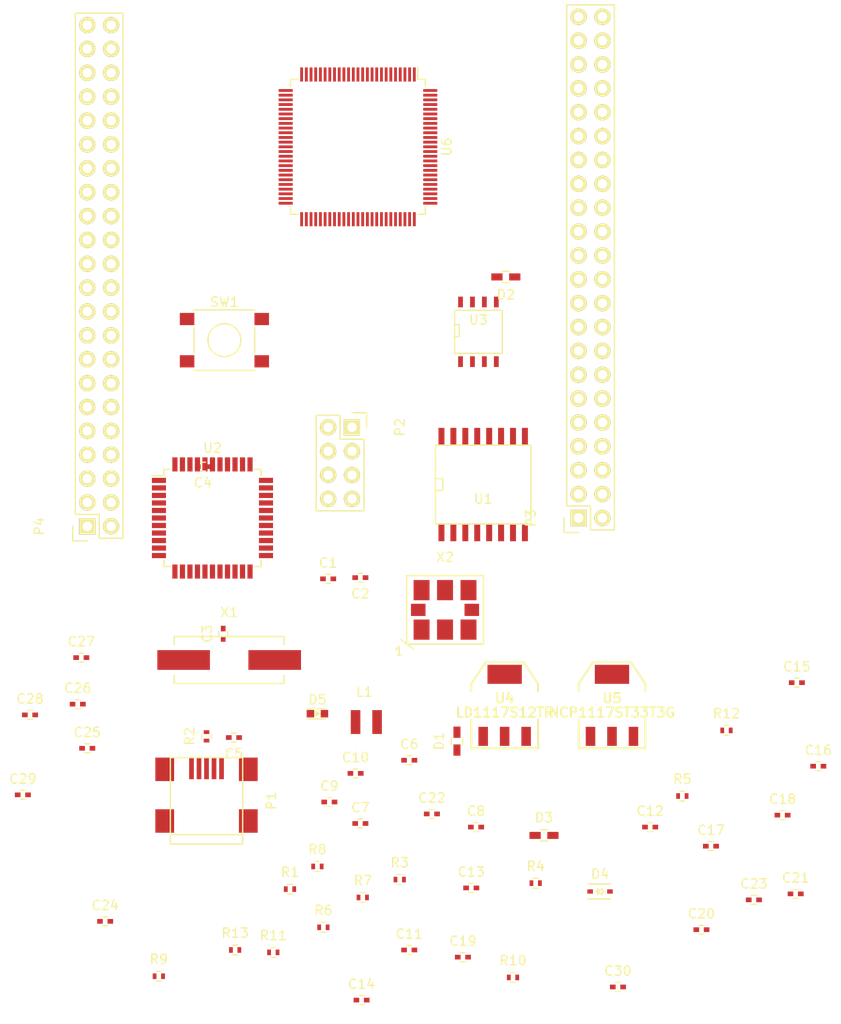
<source format=kicad_pcb>
(kicad_pcb (version 4) (host pcbnew 4.0.2-stable)

  (general
    (links 254)
    (no_connects 254)
    (area 0 0 0 0)
    (thickness 1.6)
    (drawings 0)
    (tracks 0)
    (zones 0)
    (modules 62)
    (nets 134)
  )

  (page A4)
  (layers
    (0 F.Cu signal)
    (31 B.Cu signal)
    (32 B.Adhes user)
    (33 F.Adhes user)
    (34 B.Paste user)
    (35 F.Paste user)
    (36 B.SilkS user)
    (37 F.SilkS user)
    (38 B.Mask user)
    (39 F.Mask user)
    (40 Dwgs.User user)
    (41 Cmts.User user)
    (42 Eco1.User user)
    (43 Eco2.User user)
    (44 Edge.Cuts user)
    (45 Margin user)
    (46 B.CrtYd user)
    (47 F.CrtYd user)
    (48 B.Fab user)
    (49 F.Fab user)
  )

  (setup
    (last_trace_width 0.25)
    (trace_clearance 0.2)
    (zone_clearance 0.508)
    (zone_45_only no)
    (trace_min 0.2)
    (segment_width 0.2)
    (edge_width 0.15)
    (via_size 0.6)
    (via_drill 0.4)
    (via_min_size 0.4)
    (via_min_drill 0.3)
    (uvia_size 0.3)
    (uvia_drill 0.1)
    (uvias_allowed no)
    (uvia_min_size 0.2)
    (uvia_min_drill 0.1)
    (pcb_text_width 0.3)
    (pcb_text_size 1.5 1.5)
    (mod_edge_width 0.15)
    (mod_text_size 1 1)
    (mod_text_width 0.15)
    (pad_size 1.524 1.524)
    (pad_drill 0.762)
    (pad_to_mask_clearance 0.2)
    (aux_axis_origin 0 0)
    (visible_elements FFFFFF7F)
    (pcbplotparams
      (layerselection 0x00030_80000001)
      (usegerberextensions false)
      (excludeedgelayer true)
      (linewidth 0.100000)
      (plotframeref false)
      (viasonmask false)
      (mode 1)
      (useauxorigin false)
      (hpglpennumber 1)
      (hpglpenspeed 20)
      (hpglpendiameter 15)
      (hpglpenoverlay 2)
      (psnegative false)
      (psa4output false)
      (plotreference true)
      (plotvalue true)
      (plotinvisibletext false)
      (padsonsilk false)
      (subtractmaskfromsilk false)
      (outputformat 1)
      (mirror false)
      (drillshape 1)
      (scaleselection 1)
      (outputdirectory ""))
  )

  (net 0 "")
  (net 1 /AVCC)
  (net 2 GND)
  (net 3 "Net-(C2-Pad1)")
  (net 4 "Net-(C3-Pad1)")
  (net 5 "Net-(C4-Pad1)")
  (net 6 +3V3)
  (net 7 +5V)
  (net 8 +1V2)
  (net 9 "Net-(D1-Pad2)")
  (net 10 "Net-(D2-Pad1)")
  (net 11 "Net-(D2-Pad2)")
  (net 12 "Net-(D3-Pad1)")
  (net 13 "Net-(D3-Pad2)")
  (net 14 "Net-(D4-Pad1)")
  (net 15 /FPGA/DONE)
  (net 16 "Net-(D5-Pad1)")
  (net 17 "Net-(P1-Pad2)")
  (net 18 "Net-(P1-Pad3)")
  (net 19 "Net-(P1-Pad4)")
  (net 20 "Net-(P1-Pad6)")
  (net 21 /AVR_MISO)
  (net 22 /AVR_SCK)
  (net 23 /AVR_MOSI)
  (net 24 /RST_AVR)
  (net 25 /SPI_SELECT)
  (net 26 "Net-(P2-Pad8)")
  (net 27 "Net-(P3-Pad2)")
  (net 28 "Net-(P3-Pad4)")
  (net 29 "Net-(P3-Pad6)")
  (net 30 "Net-(P3-Pad8)")
  (net 31 "Net-(P3-Pad9)")
  (net 32 "Net-(P3-Pad10)")
  (net 33 /FPGA/GPIO_3)
  (net 34 "Net-(P3-Pad12)")
  (net 35 "Net-(P3-Pad14)")
  (net 36 "Net-(P3-Pad16)")
  (net 37 "Net-(P3-Pad17)")
  (net 38 "Net-(P3-Pad18)")
  (net 39 "Net-(P3-Pad19)")
  (net 40 "Net-(P3-Pad20)")
  (net 41 "Net-(P3-Pad21)")
  (net 42 "Net-(P3-Pad22)")
  (net 43 "Net-(P3-Pad23)")
  (net 44 "Net-(P3-Pad24)")
  (net 45 "Net-(P3-Pad25)")
  (net 46 "Net-(P3-Pad26)")
  (net 47 "Net-(P3-Pad27)")
  (net 48 "Net-(P3-Pad28)")
  (net 49 "Net-(P3-Pad29)")
  (net 50 "Net-(P3-Pad30)")
  (net 51 "Net-(P3-Pad31)")
  (net 52 "Net-(P3-Pad32)")
  (net 53 "Net-(P3-Pad33)")
  (net 54 "Net-(P3-Pad34)")
  (net 55 "Net-(P3-Pad35)")
  (net 56 "Net-(P3-Pad36)")
  (net 57 "Net-(P3-Pad37)")
  (net 58 "Net-(P3-Pad38)")
  (net 59 "Net-(P3-Pad39)")
  (net 60 "Net-(P3-Pad40)")
  (net 61 "Net-(P3-Pad41)")
  (net 62 "Net-(P3-Pad42)")
  (net 63 "Net-(P3-Pad43)")
  (net 64 "Net-(P3-Pad44)")
  (net 65 "Net-(P4-Pad1)")
  (net 66 "Net-(P4-Pad2)")
  (net 67 "Net-(P4-Pad3)")
  (net 68 "Net-(P4-Pad4)")
  (net 69 "Net-(P4-Pad5)")
  (net 70 "Net-(P4-Pad6)")
  (net 71 "Net-(P4-Pad7)")
  (net 72 "Net-(P4-Pad8)")
  (net 73 "Net-(P4-Pad9)")
  (net 74 /AVR_TX)
  (net 75 "Net-(P4-Pad11)")
  (net 76 /AVR_RX)
  (net 77 "Net-(P4-Pad13)")
  (net 78 /MISO)
  (net 79 "Net-(P4-Pad15)")
  (net 80 /FPGA_MOSI)
  (net 81 "Net-(P4-Pad17)")
  (net 82 /FPGA_SCK)
  (net 83 "Net-(P4-Pad19)")
  (net 84 /FPGA_SS)
  (net 85 "Net-(P4-Pad21)")
  (net 86 /FPGA/SYSCLK)
  (net 87 "Net-(P4-Pad23)")
  (net 88 "Net-(P4-Pad25)")
  (net 89 /FPGA/ICE40_RESET)
  (net 90 "Net-(P4-Pad27)")
  (net 91 /ADC0)
  (net 92 "Net-(P4-Pad29)")
  (net 93 /ADC1)
  (net 94 "Net-(P4-Pad31)")
  (net 95 /ADC2)
  (net 96 "Net-(P4-Pad33)")
  (net 97 /ADC3)
  (net 98 "Net-(P4-Pad35)")
  (net 99 /ADC4)
  (net 100 "Net-(P4-Pad37)")
  (net 101 /ADC5)
  (net 102 "Net-(P4-Pad39)")
  (net 103 /ADC6)
  (net 104 "Net-(P4-Pad41)")
  (net 105 /ADC7)
  (net 106 "Net-(P4-Pad43)")
  (net 107 "Net-(R2-Pad1)")
  (net 108 "Net-(R3-Pad1)")
  (net 109 "Net-(R5-Pad1)")
  (net 110 /AVR_SS)
  (net 111 /FLASH_MOSI)
  (net 112 /FLASH_SCK)
  (net 113 "Net-(U1-Pad9)")
  (net 114 "Net-(U1-Pad10)")
  (net 115 "Net-(U1-Pad11)")
  (net 116 /FLASH_SS)
  (net 117 /FPAG_SS)
  (net 118 "Net-(U2-Pad1)")
  (net 119 "Net-(U2-Pad2)")
  (net 120 "Net-(U2-Pad12)")
  (net 121 "Net-(U2-Pad15)")
  (net 122 "Net-(U2-Pad18)")
  (net 123 "Net-(U2-Pad19)")
  (net 124 "Net-(U2-Pad22)")
  (net 125 "Net-(U2-Pad23)")
  (net 126 "Net-(U2-Pad25)")
  (net 127 "Net-(U2-Pad31)")
  (net 128 "Net-(U2-Pad32)")
  (net 129 "Net-(U2-Pad33)")
  (net 130 "Net-(U2-Pad35)")
  (net 131 /CS_FLASH)
  (net 132 /FPGA/SYS_CLK)
  (net 133 "Net-(U6-Pad76)")

  (net_class Default "This is the default net class."
    (clearance 0.2)
    (trace_width 0.25)
    (via_dia 0.6)
    (via_drill 0.4)
    (uvia_dia 0.3)
    (uvia_drill 0.1)
    (add_net +1V2)
    (add_net +3V3)
    (add_net +5V)
    (add_net /ADC0)
    (add_net /ADC1)
    (add_net /ADC2)
    (add_net /ADC3)
    (add_net /ADC4)
    (add_net /ADC5)
    (add_net /ADC6)
    (add_net /ADC7)
    (add_net /AVCC)
    (add_net /AVR_MISO)
    (add_net /AVR_MOSI)
    (add_net /AVR_RX)
    (add_net /AVR_SCK)
    (add_net /AVR_SS)
    (add_net /AVR_TX)
    (add_net /CS_FLASH)
    (add_net /FLASH_MOSI)
    (add_net /FLASH_SCK)
    (add_net /FLASH_SS)
    (add_net /FPAG_SS)
    (add_net /FPGA/DONE)
    (add_net /FPGA/GPIO_3)
    (add_net /FPGA/ICE40_RESET)
    (add_net /FPGA/SYSCLK)
    (add_net /FPGA/SYS_CLK)
    (add_net /FPGA_MOSI)
    (add_net /FPGA_SCK)
    (add_net /FPGA_SS)
    (add_net /MISO)
    (add_net /RST_AVR)
    (add_net /SPI_SELECT)
    (add_net GND)
    (add_net "Net-(C2-Pad1)")
    (add_net "Net-(C3-Pad1)")
    (add_net "Net-(C4-Pad1)")
    (add_net "Net-(D1-Pad2)")
    (add_net "Net-(D2-Pad1)")
    (add_net "Net-(D2-Pad2)")
    (add_net "Net-(D3-Pad1)")
    (add_net "Net-(D3-Pad2)")
    (add_net "Net-(D4-Pad1)")
    (add_net "Net-(D5-Pad1)")
    (add_net "Net-(P1-Pad2)")
    (add_net "Net-(P1-Pad3)")
    (add_net "Net-(P1-Pad4)")
    (add_net "Net-(P1-Pad6)")
    (add_net "Net-(P2-Pad8)")
    (add_net "Net-(P3-Pad10)")
    (add_net "Net-(P3-Pad12)")
    (add_net "Net-(P3-Pad14)")
    (add_net "Net-(P3-Pad16)")
    (add_net "Net-(P3-Pad17)")
    (add_net "Net-(P3-Pad18)")
    (add_net "Net-(P3-Pad19)")
    (add_net "Net-(P3-Pad2)")
    (add_net "Net-(P3-Pad20)")
    (add_net "Net-(P3-Pad21)")
    (add_net "Net-(P3-Pad22)")
    (add_net "Net-(P3-Pad23)")
    (add_net "Net-(P3-Pad24)")
    (add_net "Net-(P3-Pad25)")
    (add_net "Net-(P3-Pad26)")
    (add_net "Net-(P3-Pad27)")
    (add_net "Net-(P3-Pad28)")
    (add_net "Net-(P3-Pad29)")
    (add_net "Net-(P3-Pad30)")
    (add_net "Net-(P3-Pad31)")
    (add_net "Net-(P3-Pad32)")
    (add_net "Net-(P3-Pad33)")
    (add_net "Net-(P3-Pad34)")
    (add_net "Net-(P3-Pad35)")
    (add_net "Net-(P3-Pad36)")
    (add_net "Net-(P3-Pad37)")
    (add_net "Net-(P3-Pad38)")
    (add_net "Net-(P3-Pad39)")
    (add_net "Net-(P3-Pad4)")
    (add_net "Net-(P3-Pad40)")
    (add_net "Net-(P3-Pad41)")
    (add_net "Net-(P3-Pad42)")
    (add_net "Net-(P3-Pad43)")
    (add_net "Net-(P3-Pad44)")
    (add_net "Net-(P3-Pad6)")
    (add_net "Net-(P3-Pad8)")
    (add_net "Net-(P3-Pad9)")
    (add_net "Net-(P4-Pad1)")
    (add_net "Net-(P4-Pad11)")
    (add_net "Net-(P4-Pad13)")
    (add_net "Net-(P4-Pad15)")
    (add_net "Net-(P4-Pad17)")
    (add_net "Net-(P4-Pad19)")
    (add_net "Net-(P4-Pad2)")
    (add_net "Net-(P4-Pad21)")
    (add_net "Net-(P4-Pad23)")
    (add_net "Net-(P4-Pad25)")
    (add_net "Net-(P4-Pad27)")
    (add_net "Net-(P4-Pad29)")
    (add_net "Net-(P4-Pad3)")
    (add_net "Net-(P4-Pad31)")
    (add_net "Net-(P4-Pad33)")
    (add_net "Net-(P4-Pad35)")
    (add_net "Net-(P4-Pad37)")
    (add_net "Net-(P4-Pad39)")
    (add_net "Net-(P4-Pad4)")
    (add_net "Net-(P4-Pad41)")
    (add_net "Net-(P4-Pad43)")
    (add_net "Net-(P4-Pad5)")
    (add_net "Net-(P4-Pad6)")
    (add_net "Net-(P4-Pad7)")
    (add_net "Net-(P4-Pad8)")
    (add_net "Net-(P4-Pad9)")
    (add_net "Net-(R2-Pad1)")
    (add_net "Net-(R3-Pad1)")
    (add_net "Net-(R5-Pad1)")
    (add_net "Net-(U1-Pad10)")
    (add_net "Net-(U1-Pad11)")
    (add_net "Net-(U1-Pad9)")
    (add_net "Net-(U2-Pad1)")
    (add_net "Net-(U2-Pad12)")
    (add_net "Net-(U2-Pad15)")
    (add_net "Net-(U2-Pad18)")
    (add_net "Net-(U2-Pad19)")
    (add_net "Net-(U2-Pad2)")
    (add_net "Net-(U2-Pad22)")
    (add_net "Net-(U2-Pad23)")
    (add_net "Net-(U2-Pad25)")
    (add_net "Net-(U2-Pad31)")
    (add_net "Net-(U2-Pad32)")
    (add_net "Net-(U2-Pad33)")
    (add_net "Net-(U2-Pad35)")
    (add_net "Net-(U6-Pad76)")
  )

  (module Capacitors_SMD:C_0402 (layer F.Cu) (tedit 5415D599) (tstamp 5781913E)
    (at 143.764 97.028)
    (descr "Capacitor SMD 0402, reflow soldering, AVX (see smccp.pdf)")
    (tags "capacitor 0402")
    (path /577718FA)
    (attr smd)
    (fp_text reference C1 (at 0 -1.7) (layer F.SilkS)
      (effects (font (size 1 1) (thickness 0.15)))
    )
    (fp_text value 1u (at 0 1.7) (layer F.Fab)
      (effects (font (size 1 1) (thickness 0.15)))
    )
    (fp_line (start -1.15 -0.6) (end 1.15 -0.6) (layer F.CrtYd) (width 0.05))
    (fp_line (start -1.15 0.6) (end 1.15 0.6) (layer F.CrtYd) (width 0.05))
    (fp_line (start -1.15 -0.6) (end -1.15 0.6) (layer F.CrtYd) (width 0.05))
    (fp_line (start 1.15 -0.6) (end 1.15 0.6) (layer F.CrtYd) (width 0.05))
    (fp_line (start 0.25 -0.475) (end -0.25 -0.475) (layer F.SilkS) (width 0.15))
    (fp_line (start -0.25 0.475) (end 0.25 0.475) (layer F.SilkS) (width 0.15))
    (pad 1 smd rect (at -0.55 0) (size 0.6 0.5) (layers F.Cu F.Paste F.Mask)
      (net 1 /AVCC))
    (pad 2 smd rect (at 0.55 0) (size 0.6 0.5) (layers F.Cu F.Paste F.Mask)
      (net 2 GND))
    (model Capacitors_SMD.3dshapes/C_0402.wrl
      (at (xyz 0 0 0))
      (scale (xyz 1 1 1))
      (rotate (xyz 0 0 0))
    )
  )

  (module Capacitors_SMD:C_0402 (layer F.Cu) (tedit 5415D599) (tstamp 5781914A)
    (at 147.193 96.901 180)
    (descr "Capacitor SMD 0402, reflow soldering, AVX (see smccp.pdf)")
    (tags "capacitor 0402")
    (path /5776EEA2)
    (attr smd)
    (fp_text reference C2 (at 0 -1.7 180) (layer F.SilkS)
      (effects (font (size 1 1) (thickness 0.15)))
    )
    (fp_text value 22p (at 0 1.7 180) (layer F.Fab)
      (effects (font (size 1 1) (thickness 0.15)))
    )
    (fp_line (start -1.15 -0.6) (end 1.15 -0.6) (layer F.CrtYd) (width 0.05))
    (fp_line (start -1.15 0.6) (end 1.15 0.6) (layer F.CrtYd) (width 0.05))
    (fp_line (start -1.15 -0.6) (end -1.15 0.6) (layer F.CrtYd) (width 0.05))
    (fp_line (start 1.15 -0.6) (end 1.15 0.6) (layer F.CrtYd) (width 0.05))
    (fp_line (start 0.25 -0.475) (end -0.25 -0.475) (layer F.SilkS) (width 0.15))
    (fp_line (start -0.25 0.475) (end 0.25 0.475) (layer F.SilkS) (width 0.15))
    (pad 1 smd rect (at -0.55 0 180) (size 0.6 0.5) (layers F.Cu F.Paste F.Mask)
      (net 3 "Net-(C2-Pad1)"))
    (pad 2 smd rect (at 0.55 0 180) (size 0.6 0.5) (layers F.Cu F.Paste F.Mask)
      (net 2 GND))
    (model Capacitors_SMD.3dshapes/C_0402.wrl
      (at (xyz 0 0 0))
      (scale (xyz 1 1 1))
      (rotate (xyz 0 0 0))
    )
  )

  (module Capacitors_SMD:C_0402 (layer F.Cu) (tedit 5415D599) (tstamp 57819156)
    (at 132.588 102.87 90)
    (descr "Capacitor SMD 0402, reflow soldering, AVX (see smccp.pdf)")
    (tags "capacitor 0402")
    (path /5776EED8)
    (attr smd)
    (fp_text reference C3 (at 0 -1.7 90) (layer F.SilkS)
      (effects (font (size 1 1) (thickness 0.15)))
    )
    (fp_text value 22p (at 0 1.7 90) (layer F.Fab)
      (effects (font (size 1 1) (thickness 0.15)))
    )
    (fp_line (start -1.15 -0.6) (end 1.15 -0.6) (layer F.CrtYd) (width 0.05))
    (fp_line (start -1.15 0.6) (end 1.15 0.6) (layer F.CrtYd) (width 0.05))
    (fp_line (start -1.15 -0.6) (end -1.15 0.6) (layer F.CrtYd) (width 0.05))
    (fp_line (start 1.15 -0.6) (end 1.15 0.6) (layer F.CrtYd) (width 0.05))
    (fp_line (start 0.25 -0.475) (end -0.25 -0.475) (layer F.SilkS) (width 0.15))
    (fp_line (start -0.25 0.475) (end 0.25 0.475) (layer F.SilkS) (width 0.15))
    (pad 1 smd rect (at -0.55 0 90) (size 0.6 0.5) (layers F.Cu F.Paste F.Mask)
      (net 4 "Net-(C3-Pad1)"))
    (pad 2 smd rect (at 0.55 0 90) (size 0.6 0.5) (layers F.Cu F.Paste F.Mask)
      (net 2 GND))
    (model Capacitors_SMD.3dshapes/C_0402.wrl
      (at (xyz 0 0 0))
      (scale (xyz 1 1 1))
      (rotate (xyz 0 0 0))
    )
  )

  (module Capacitors_SMD:C_0402 (layer F.Cu) (tedit 5415D599) (tstamp 57819162)
    (at 130.429 85.09 180)
    (descr "Capacitor SMD 0402, reflow soldering, AVX (see smccp.pdf)")
    (tags "capacitor 0402")
    (path /57815EDB)
    (attr smd)
    (fp_text reference C4 (at 0 -1.7 180) (layer F.SilkS)
      (effects (font (size 1 1) (thickness 0.15)))
    )
    (fp_text value 1u (at 0 1.7 180) (layer F.Fab)
      (effects (font (size 1 1) (thickness 0.15)))
    )
    (fp_line (start -1.15 -0.6) (end 1.15 -0.6) (layer F.CrtYd) (width 0.05))
    (fp_line (start -1.15 0.6) (end 1.15 0.6) (layer F.CrtYd) (width 0.05))
    (fp_line (start -1.15 -0.6) (end -1.15 0.6) (layer F.CrtYd) (width 0.05))
    (fp_line (start 1.15 -0.6) (end 1.15 0.6) (layer F.CrtYd) (width 0.05))
    (fp_line (start 0.25 -0.475) (end -0.25 -0.475) (layer F.SilkS) (width 0.15))
    (fp_line (start -0.25 0.475) (end 0.25 0.475) (layer F.SilkS) (width 0.15))
    (pad 1 smd rect (at -0.55 0 180) (size 0.6 0.5) (layers F.Cu F.Paste F.Mask)
      (net 5 "Net-(C4-Pad1)"))
    (pad 2 smd rect (at 0.55 0 180) (size 0.6 0.5) (layers F.Cu F.Paste F.Mask)
      (net 2 GND))
    (model Capacitors_SMD.3dshapes/C_0402.wrl
      (at (xyz 0 0 0))
      (scale (xyz 1 1 1))
      (rotate (xyz 0 0 0))
    )
  )

  (module Capacitors_SMD:C_0402 (layer F.Cu) (tedit 5415D599) (tstamp 5781916E)
    (at 133.731 113.919 180)
    (descr "Capacitor SMD 0402, reflow soldering, AVX (see smccp.pdf)")
    (tags "capacitor 0402")
    (path /5776F9E5)
    (attr smd)
    (fp_text reference C5 (at 0 -1.7 180) (layer F.SilkS)
      (effects (font (size 1 1) (thickness 0.15)))
    )
    (fp_text value 1u (at 0 1.7 180) (layer F.Fab)
      (effects (font (size 1 1) (thickness 0.15)))
    )
    (fp_line (start -1.15 -0.6) (end 1.15 -0.6) (layer F.CrtYd) (width 0.05))
    (fp_line (start -1.15 0.6) (end 1.15 0.6) (layer F.CrtYd) (width 0.05))
    (fp_line (start -1.15 -0.6) (end -1.15 0.6) (layer F.CrtYd) (width 0.05))
    (fp_line (start 1.15 -0.6) (end 1.15 0.6) (layer F.CrtYd) (width 0.05))
    (fp_line (start 0.25 -0.475) (end -0.25 -0.475) (layer F.SilkS) (width 0.15))
    (fp_line (start -0.25 0.475) (end 0.25 0.475) (layer F.SilkS) (width 0.15))
    (pad 1 smd rect (at -0.55 0 180) (size 0.6 0.5) (layers F.Cu F.Paste F.Mask)
      (net 6 +3V3))
    (pad 2 smd rect (at 0.55 0 180) (size 0.6 0.5) (layers F.Cu F.Paste F.Mask)
      (net 2 GND))
    (model Capacitors_SMD.3dshapes/C_0402.wrl
      (at (xyz 0 0 0))
      (scale (xyz 1 1 1))
      (rotate (xyz 0 0 0))
    )
  )

  (module Capacitors_SMD:C_0402 (layer F.Cu) (tedit 5415D599) (tstamp 5781917A)
    (at 152.4 116.332)
    (descr "Capacitor SMD 0402, reflow soldering, AVX (see smccp.pdf)")
    (tags "capacitor 0402")
    (path /577712B9)
    (attr smd)
    (fp_text reference C6 (at 0 -1.7) (layer F.SilkS)
      (effects (font (size 1 1) (thickness 0.15)))
    )
    (fp_text value 100nF (at 0 1.7) (layer F.Fab)
      (effects (font (size 1 1) (thickness 0.15)))
    )
    (fp_line (start -1.15 -0.6) (end 1.15 -0.6) (layer F.CrtYd) (width 0.05))
    (fp_line (start -1.15 0.6) (end 1.15 0.6) (layer F.CrtYd) (width 0.05))
    (fp_line (start -1.15 -0.6) (end -1.15 0.6) (layer F.CrtYd) (width 0.05))
    (fp_line (start 1.15 -0.6) (end 1.15 0.6) (layer F.CrtYd) (width 0.05))
    (fp_line (start 0.25 -0.475) (end -0.25 -0.475) (layer F.SilkS) (width 0.15))
    (fp_line (start -0.25 0.475) (end 0.25 0.475) (layer F.SilkS) (width 0.15))
    (pad 1 smd rect (at -0.55 0) (size 0.6 0.5) (layers F.Cu F.Paste F.Mask)
      (net 6 +3V3))
    (pad 2 smd rect (at 0.55 0) (size 0.6 0.5) (layers F.Cu F.Paste F.Mask)
      (net 2 GND))
    (model Capacitors_SMD.3dshapes/C_0402.wrl
      (at (xyz 0 0 0))
      (scale (xyz 1 1 1))
      (rotate (xyz 0 0 0))
    )
  )

  (module Capacitors_SMD:C_0402 (layer F.Cu) (tedit 5415D599) (tstamp 57819186)
    (at 147.193 123.063)
    (descr "Capacitor SMD 0402, reflow soldering, AVX (see smccp.pdf)")
    (tags "capacitor 0402")
    (path /577712E9)
    (attr smd)
    (fp_text reference C7 (at 0 -1.7) (layer F.SilkS)
      (effects (font (size 1 1) (thickness 0.15)))
    )
    (fp_text value 100nF (at 0 1.7) (layer F.Fab)
      (effects (font (size 1 1) (thickness 0.15)))
    )
    (fp_line (start -1.15 -0.6) (end 1.15 -0.6) (layer F.CrtYd) (width 0.05))
    (fp_line (start -1.15 0.6) (end 1.15 0.6) (layer F.CrtYd) (width 0.05))
    (fp_line (start -1.15 -0.6) (end -1.15 0.6) (layer F.CrtYd) (width 0.05))
    (fp_line (start 1.15 -0.6) (end 1.15 0.6) (layer F.CrtYd) (width 0.05))
    (fp_line (start 0.25 -0.475) (end -0.25 -0.475) (layer F.SilkS) (width 0.15))
    (fp_line (start -0.25 0.475) (end 0.25 0.475) (layer F.SilkS) (width 0.15))
    (pad 1 smd rect (at -0.55 0) (size 0.6 0.5) (layers F.Cu F.Paste F.Mask)
      (net 6 +3V3))
    (pad 2 smd rect (at 0.55 0) (size 0.6 0.5) (layers F.Cu F.Paste F.Mask)
      (net 2 GND))
    (model Capacitors_SMD.3dshapes/C_0402.wrl
      (at (xyz 0 0 0))
      (scale (xyz 1 1 1))
      (rotate (xyz 0 0 0))
    )
  )

  (module Capacitors_SMD:C_0402 (layer F.Cu) (tedit 5415D599) (tstamp 57819192)
    (at 159.512 123.444)
    (descr "Capacitor SMD 0402, reflow soldering, AVX (see smccp.pdf)")
    (tags "capacitor 0402")
    (path /577D7B61)
    (attr smd)
    (fp_text reference C8 (at 0 -1.7) (layer F.SilkS)
      (effects (font (size 1 1) (thickness 0.15)))
    )
    (fp_text value 100nF (at 0 1.7) (layer F.Fab)
      (effects (font (size 1 1) (thickness 0.15)))
    )
    (fp_line (start -1.15 -0.6) (end 1.15 -0.6) (layer F.CrtYd) (width 0.05))
    (fp_line (start -1.15 0.6) (end 1.15 0.6) (layer F.CrtYd) (width 0.05))
    (fp_line (start -1.15 -0.6) (end -1.15 0.6) (layer F.CrtYd) (width 0.05))
    (fp_line (start 1.15 -0.6) (end 1.15 0.6) (layer F.CrtYd) (width 0.05))
    (fp_line (start 0.25 -0.475) (end -0.25 -0.475) (layer F.SilkS) (width 0.15))
    (fp_line (start -0.25 0.475) (end 0.25 0.475) (layer F.SilkS) (width 0.15))
    (pad 1 smd rect (at -0.55 0) (size 0.6 0.5) (layers F.Cu F.Paste F.Mask)
      (net 7 +5V))
    (pad 2 smd rect (at 0.55 0) (size 0.6 0.5) (layers F.Cu F.Paste F.Mask)
      (net 2 GND))
    (model Capacitors_SMD.3dshapes/C_0402.wrl
      (at (xyz 0 0 0))
      (scale (xyz 1 1 1))
      (rotate (xyz 0 0 0))
    )
  )

  (module Capacitors_SMD:C_0402 (layer F.Cu) (tedit 5415D599) (tstamp 5781919E)
    (at 143.891 120.777)
    (descr "Capacitor SMD 0402, reflow soldering, AVX (see smccp.pdf)")
    (tags "capacitor 0402")
    (path /57771E6F)
    (attr smd)
    (fp_text reference C9 (at 0 -1.7) (layer F.SilkS)
      (effects (font (size 1 1) (thickness 0.15)))
    )
    (fp_text value 100nF (at 0 1.7) (layer F.Fab)
      (effects (font (size 1 1) (thickness 0.15)))
    )
    (fp_line (start -1.15 -0.6) (end 1.15 -0.6) (layer F.CrtYd) (width 0.05))
    (fp_line (start -1.15 0.6) (end 1.15 0.6) (layer F.CrtYd) (width 0.05))
    (fp_line (start -1.15 -0.6) (end -1.15 0.6) (layer F.CrtYd) (width 0.05))
    (fp_line (start 1.15 -0.6) (end 1.15 0.6) (layer F.CrtYd) (width 0.05))
    (fp_line (start 0.25 -0.475) (end -0.25 -0.475) (layer F.SilkS) (width 0.15))
    (fp_line (start -0.25 0.475) (end 0.25 0.475) (layer F.SilkS) (width 0.15))
    (pad 1 smd rect (at -0.55 0) (size 0.6 0.5) (layers F.Cu F.Paste F.Mask)
      (net 7 +5V))
    (pad 2 smd rect (at 0.55 0) (size 0.6 0.5) (layers F.Cu F.Paste F.Mask)
      (net 2 GND))
    (model Capacitors_SMD.3dshapes/C_0402.wrl
      (at (xyz 0 0 0))
      (scale (xyz 1 1 1))
      (rotate (xyz 0 0 0))
    )
  )

  (module Capacitors_SMD:C_0402 (layer F.Cu) (tedit 5415D599) (tstamp 578191AA)
    (at 146.685 117.729)
    (descr "Capacitor SMD 0402, reflow soldering, AVX (see smccp.pdf)")
    (tags "capacitor 0402")
    (path /57772221)
    (attr smd)
    (fp_text reference C10 (at 0 -1.7) (layer F.SilkS)
      (effects (font (size 1 1) (thickness 0.15)))
    )
    (fp_text value 100nF (at 0 1.7) (layer F.Fab)
      (effects (font (size 1 1) (thickness 0.15)))
    )
    (fp_line (start -1.15 -0.6) (end 1.15 -0.6) (layer F.CrtYd) (width 0.05))
    (fp_line (start -1.15 0.6) (end 1.15 0.6) (layer F.CrtYd) (width 0.05))
    (fp_line (start -1.15 -0.6) (end -1.15 0.6) (layer F.CrtYd) (width 0.05))
    (fp_line (start 1.15 -0.6) (end 1.15 0.6) (layer F.CrtYd) (width 0.05))
    (fp_line (start 0.25 -0.475) (end -0.25 -0.475) (layer F.SilkS) (width 0.15))
    (fp_line (start -0.25 0.475) (end 0.25 0.475) (layer F.SilkS) (width 0.15))
    (pad 1 smd rect (at -0.55 0) (size 0.6 0.5) (layers F.Cu F.Paste F.Mask)
      (net 6 +3V3))
    (pad 2 smd rect (at 0.55 0) (size 0.6 0.5) (layers F.Cu F.Paste F.Mask)
      (net 2 GND))
    (model Capacitors_SMD.3dshapes/C_0402.wrl
      (at (xyz 0 0 0))
      (scale (xyz 1 1 1))
      (rotate (xyz 0 0 0))
    )
  )

  (module Capacitors_SMD:C_0402 (layer F.Cu) (tedit 5415D599) (tstamp 578191B6)
    (at 152.4 136.525)
    (descr "Capacitor SMD 0402, reflow soldering, AVX (see smccp.pdf)")
    (tags "capacitor 0402")
    (path /57816E6A)
    (attr smd)
    (fp_text reference C11 (at 0 -1.7) (layer F.SilkS)
      (effects (font (size 1 1) (thickness 0.15)))
    )
    (fp_text value 100nF (at 0 1.7) (layer F.Fab)
      (effects (font (size 1 1) (thickness 0.15)))
    )
    (fp_line (start -1.15 -0.6) (end 1.15 -0.6) (layer F.CrtYd) (width 0.05))
    (fp_line (start -1.15 0.6) (end 1.15 0.6) (layer F.CrtYd) (width 0.05))
    (fp_line (start -1.15 -0.6) (end -1.15 0.6) (layer F.CrtYd) (width 0.05))
    (fp_line (start 1.15 -0.6) (end 1.15 0.6) (layer F.CrtYd) (width 0.05))
    (fp_line (start 0.25 -0.475) (end -0.25 -0.475) (layer F.SilkS) (width 0.15))
    (fp_line (start -0.25 0.475) (end 0.25 0.475) (layer F.SilkS) (width 0.15))
    (pad 1 smd rect (at -0.55 0) (size 0.6 0.5) (layers F.Cu F.Paste F.Mask)
      (net 6 +3V3))
    (pad 2 smd rect (at 0.55 0) (size 0.6 0.5) (layers F.Cu F.Paste F.Mask)
      (net 2 GND))
    (model Capacitors_SMD.3dshapes/C_0402.wrl
      (at (xyz 0 0 0))
      (scale (xyz 1 1 1))
      (rotate (xyz 0 0 0))
    )
  )

  (module Capacitors_SMD:C_0402 (layer F.Cu) (tedit 5415D599) (tstamp 578191C2)
    (at 178.054 123.444)
    (descr "Capacitor SMD 0402, reflow soldering, AVX (see smccp.pdf)")
    (tags "capacitor 0402")
    (path /577D8066)
    (attr smd)
    (fp_text reference C12 (at 0 -1.7) (layer F.SilkS)
      (effects (font (size 1 1) (thickness 0.15)))
    )
    (fp_text value 100nF (at 0 1.7) (layer F.Fab)
      (effects (font (size 1 1) (thickness 0.15)))
    )
    (fp_line (start -1.15 -0.6) (end 1.15 -0.6) (layer F.CrtYd) (width 0.05))
    (fp_line (start -1.15 0.6) (end 1.15 0.6) (layer F.CrtYd) (width 0.05))
    (fp_line (start -1.15 -0.6) (end -1.15 0.6) (layer F.CrtYd) (width 0.05))
    (fp_line (start 1.15 -0.6) (end 1.15 0.6) (layer F.CrtYd) (width 0.05))
    (fp_line (start 0.25 -0.475) (end -0.25 -0.475) (layer F.SilkS) (width 0.15))
    (fp_line (start -0.25 0.475) (end 0.25 0.475) (layer F.SilkS) (width 0.15))
    (pad 1 smd rect (at -0.55 0) (size 0.6 0.5) (layers F.Cu F.Paste F.Mask)
      (net 8 +1V2))
    (pad 2 smd rect (at 0.55 0) (size 0.6 0.5) (layers F.Cu F.Paste F.Mask)
      (net 2 GND))
    (model Capacitors_SMD.3dshapes/C_0402.wrl
      (at (xyz 0 0 0))
      (scale (xyz 1 1 1))
      (rotate (xyz 0 0 0))
    )
  )

  (module Capacitors_SMD:C_0402 (layer F.Cu) (tedit 5415D599) (tstamp 578191CE)
    (at 159.004 129.921)
    (descr "Capacitor SMD 0402, reflow soldering, AVX (see smccp.pdf)")
    (tags "capacitor 0402")
    (path /57772600/57819CD7)
    (attr smd)
    (fp_text reference C13 (at 0 -1.7) (layer F.SilkS)
      (effects (font (size 1 1) (thickness 0.15)))
    )
    (fp_text value 100nF (at 0 1.7) (layer F.Fab)
      (effects (font (size 1 1) (thickness 0.15)))
    )
    (fp_line (start -1.15 -0.6) (end 1.15 -0.6) (layer F.CrtYd) (width 0.05))
    (fp_line (start -1.15 0.6) (end 1.15 0.6) (layer F.CrtYd) (width 0.05))
    (fp_line (start -1.15 -0.6) (end -1.15 0.6) (layer F.CrtYd) (width 0.05))
    (fp_line (start 1.15 -0.6) (end 1.15 0.6) (layer F.CrtYd) (width 0.05))
    (fp_line (start 0.25 -0.475) (end -0.25 -0.475) (layer F.SilkS) (width 0.15))
    (fp_line (start -0.25 0.475) (end 0.25 0.475) (layer F.SilkS) (width 0.15))
    (pad 1 smd rect (at -0.55 0) (size 0.6 0.5) (layers F.Cu F.Paste F.Mask)
      (net 6 +3V3))
    (pad 2 smd rect (at 0.55 0) (size 0.6 0.5) (layers F.Cu F.Paste F.Mask)
      (net 2 GND))
    (model Capacitors_SMD.3dshapes/C_0402.wrl
      (at (xyz 0 0 0))
      (scale (xyz 1 1 1))
      (rotate (xyz 0 0 0))
    )
  )

  (module Capacitors_SMD:C_0402 (layer F.Cu) (tedit 5415D599) (tstamp 578191DA)
    (at 147.32 141.859)
    (descr "Capacitor SMD 0402, reflow soldering, AVX (see smccp.pdf)")
    (tags "capacitor 0402")
    (path /57772600/5781BB1A)
    (attr smd)
    (fp_text reference C14 (at 0 -1.7) (layer F.SilkS)
      (effects (font (size 1 1) (thickness 0.15)))
    )
    (fp_text value 100nF (at 0 1.7) (layer F.Fab)
      (effects (font (size 1 1) (thickness 0.15)))
    )
    (fp_line (start -1.15 -0.6) (end 1.15 -0.6) (layer F.CrtYd) (width 0.05))
    (fp_line (start -1.15 0.6) (end 1.15 0.6) (layer F.CrtYd) (width 0.05))
    (fp_line (start -1.15 -0.6) (end -1.15 0.6) (layer F.CrtYd) (width 0.05))
    (fp_line (start 1.15 -0.6) (end 1.15 0.6) (layer F.CrtYd) (width 0.05))
    (fp_line (start 0.25 -0.475) (end -0.25 -0.475) (layer F.SilkS) (width 0.15))
    (fp_line (start -0.25 0.475) (end 0.25 0.475) (layer F.SilkS) (width 0.15))
    (pad 1 smd rect (at -0.55 0) (size 0.6 0.5) (layers F.Cu F.Paste F.Mask)
      (net 2 GND))
    (pad 2 smd rect (at 0.55 0) (size 0.6 0.5) (layers F.Cu F.Paste F.Mask)
      (net 6 +3V3))
    (model Capacitors_SMD.3dshapes/C_0402.wrl
      (at (xyz 0 0 0))
      (scale (xyz 1 1 1))
      (rotate (xyz 0 0 0))
    )
  )

  (module Capacitors_SMD:C_0402 (layer F.Cu) (tedit 5415D599) (tstamp 578191E6)
    (at 193.675 108.077)
    (descr "Capacitor SMD 0402, reflow soldering, AVX (see smccp.pdf)")
    (tags "capacitor 0402")
    (path /57772600/57819CDD)
    (attr smd)
    (fp_text reference C15 (at 0 -1.7) (layer F.SilkS)
      (effects (font (size 1 1) (thickness 0.15)))
    )
    (fp_text value 100nF (at 0 1.7) (layer F.Fab)
      (effects (font (size 1 1) (thickness 0.15)))
    )
    (fp_line (start -1.15 -0.6) (end 1.15 -0.6) (layer F.CrtYd) (width 0.05))
    (fp_line (start -1.15 0.6) (end 1.15 0.6) (layer F.CrtYd) (width 0.05))
    (fp_line (start -1.15 -0.6) (end -1.15 0.6) (layer F.CrtYd) (width 0.05))
    (fp_line (start 1.15 -0.6) (end 1.15 0.6) (layer F.CrtYd) (width 0.05))
    (fp_line (start 0.25 -0.475) (end -0.25 -0.475) (layer F.SilkS) (width 0.15))
    (fp_line (start -0.25 0.475) (end 0.25 0.475) (layer F.SilkS) (width 0.15))
    (pad 1 smd rect (at -0.55 0) (size 0.6 0.5) (layers F.Cu F.Paste F.Mask)
      (net 6 +3V3))
    (pad 2 smd rect (at 0.55 0) (size 0.6 0.5) (layers F.Cu F.Paste F.Mask)
      (net 2 GND))
    (model Capacitors_SMD.3dshapes/C_0402.wrl
      (at (xyz 0 0 0))
      (scale (xyz 1 1 1))
      (rotate (xyz 0 0 0))
    )
  )

  (module Capacitors_SMD:C_0402 (layer F.Cu) (tedit 5415D599) (tstamp 578191F2)
    (at 195.961 116.967)
    (descr "Capacitor SMD 0402, reflow soldering, AVX (see smccp.pdf)")
    (tags "capacitor 0402")
    (path /57772600/57819CE3)
    (attr smd)
    (fp_text reference C16 (at 0 -1.7) (layer F.SilkS)
      (effects (font (size 1 1) (thickness 0.15)))
    )
    (fp_text value 100nF (at 0 1.7) (layer F.Fab)
      (effects (font (size 1 1) (thickness 0.15)))
    )
    (fp_line (start -1.15 -0.6) (end 1.15 -0.6) (layer F.CrtYd) (width 0.05))
    (fp_line (start -1.15 0.6) (end 1.15 0.6) (layer F.CrtYd) (width 0.05))
    (fp_line (start -1.15 -0.6) (end -1.15 0.6) (layer F.CrtYd) (width 0.05))
    (fp_line (start 1.15 -0.6) (end 1.15 0.6) (layer F.CrtYd) (width 0.05))
    (fp_line (start 0.25 -0.475) (end -0.25 -0.475) (layer F.SilkS) (width 0.15))
    (fp_line (start -0.25 0.475) (end 0.25 0.475) (layer F.SilkS) (width 0.15))
    (pad 1 smd rect (at -0.55 0) (size 0.6 0.5) (layers F.Cu F.Paste F.Mask)
      (net 6 +3V3))
    (pad 2 smd rect (at 0.55 0) (size 0.6 0.5) (layers F.Cu F.Paste F.Mask)
      (net 2 GND))
    (model Capacitors_SMD.3dshapes/C_0402.wrl
      (at (xyz 0 0 0))
      (scale (xyz 1 1 1))
      (rotate (xyz 0 0 0))
    )
  )

  (module Capacitors_SMD:C_0402 (layer F.Cu) (tedit 5415D599) (tstamp 578191FE)
    (at 184.531 125.476)
    (descr "Capacitor SMD 0402, reflow soldering, AVX (see smccp.pdf)")
    (tags "capacitor 0402")
    (path /57772600/57819D01)
    (attr smd)
    (fp_text reference C17 (at 0 -1.7) (layer F.SilkS)
      (effects (font (size 1 1) (thickness 0.15)))
    )
    (fp_text value 100nF (at 0 1.7) (layer F.Fab)
      (effects (font (size 1 1) (thickness 0.15)))
    )
    (fp_line (start -1.15 -0.6) (end 1.15 -0.6) (layer F.CrtYd) (width 0.05))
    (fp_line (start -1.15 0.6) (end 1.15 0.6) (layer F.CrtYd) (width 0.05))
    (fp_line (start -1.15 -0.6) (end -1.15 0.6) (layer F.CrtYd) (width 0.05))
    (fp_line (start 1.15 -0.6) (end 1.15 0.6) (layer F.CrtYd) (width 0.05))
    (fp_line (start 0.25 -0.475) (end -0.25 -0.475) (layer F.SilkS) (width 0.15))
    (fp_line (start -0.25 0.475) (end 0.25 0.475) (layer F.SilkS) (width 0.15))
    (pad 1 smd rect (at -0.55 0) (size 0.6 0.5) (layers F.Cu F.Paste F.Mask)
      (net 6 +3V3))
    (pad 2 smd rect (at 0.55 0) (size 0.6 0.5) (layers F.Cu F.Paste F.Mask)
      (net 2 GND))
    (model Capacitors_SMD.3dshapes/C_0402.wrl
      (at (xyz 0 0 0))
      (scale (xyz 1 1 1))
      (rotate (xyz 0 0 0))
    )
  )

  (module Capacitors_SMD:C_0402 (layer F.Cu) (tedit 5415D599) (tstamp 5781920A)
    (at 192.151 122.174)
    (descr "Capacitor SMD 0402, reflow soldering, AVX (see smccp.pdf)")
    (tags "capacitor 0402")
    (path /57772600/57819D07)
    (attr smd)
    (fp_text reference C18 (at 0 -1.7) (layer F.SilkS)
      (effects (font (size 1 1) (thickness 0.15)))
    )
    (fp_text value 100nF (at 0 1.7) (layer F.Fab)
      (effects (font (size 1 1) (thickness 0.15)))
    )
    (fp_line (start -1.15 -0.6) (end 1.15 -0.6) (layer F.CrtYd) (width 0.05))
    (fp_line (start -1.15 0.6) (end 1.15 0.6) (layer F.CrtYd) (width 0.05))
    (fp_line (start -1.15 -0.6) (end -1.15 0.6) (layer F.CrtYd) (width 0.05))
    (fp_line (start 1.15 -0.6) (end 1.15 0.6) (layer F.CrtYd) (width 0.05))
    (fp_line (start 0.25 -0.475) (end -0.25 -0.475) (layer F.SilkS) (width 0.15))
    (fp_line (start -0.25 0.475) (end 0.25 0.475) (layer F.SilkS) (width 0.15))
    (pad 1 smd rect (at -0.55 0) (size 0.6 0.5) (layers F.Cu F.Paste F.Mask)
      (net 6 +3V3))
    (pad 2 smd rect (at 0.55 0) (size 0.6 0.5) (layers F.Cu F.Paste F.Mask)
      (net 2 GND))
    (model Capacitors_SMD.3dshapes/C_0402.wrl
      (at (xyz 0 0 0))
      (scale (xyz 1 1 1))
      (rotate (xyz 0 0 0))
    )
  )

  (module Capacitors_SMD:C_0402 (layer F.Cu) (tedit 5415D599) (tstamp 57819216)
    (at 158.115 137.287)
    (descr "Capacitor SMD 0402, reflow soldering, AVX (see smccp.pdf)")
    (tags "capacitor 0402")
    (path /57772600/57819D0D)
    (attr smd)
    (fp_text reference C19 (at 0 -1.7) (layer F.SilkS)
      (effects (font (size 1 1) (thickness 0.15)))
    )
    (fp_text value 100nF (at 0 1.7) (layer F.Fab)
      (effects (font (size 1 1) (thickness 0.15)))
    )
    (fp_line (start -1.15 -0.6) (end 1.15 -0.6) (layer F.CrtYd) (width 0.05))
    (fp_line (start -1.15 0.6) (end 1.15 0.6) (layer F.CrtYd) (width 0.05))
    (fp_line (start -1.15 -0.6) (end -1.15 0.6) (layer F.CrtYd) (width 0.05))
    (fp_line (start 1.15 -0.6) (end 1.15 0.6) (layer F.CrtYd) (width 0.05))
    (fp_line (start 0.25 -0.475) (end -0.25 -0.475) (layer F.SilkS) (width 0.15))
    (fp_line (start -0.25 0.475) (end 0.25 0.475) (layer F.SilkS) (width 0.15))
    (pad 1 smd rect (at -0.55 0) (size 0.6 0.5) (layers F.Cu F.Paste F.Mask)
      (net 6 +3V3))
    (pad 2 smd rect (at 0.55 0) (size 0.6 0.5) (layers F.Cu F.Paste F.Mask)
      (net 2 GND))
    (model Capacitors_SMD.3dshapes/C_0402.wrl
      (at (xyz 0 0 0))
      (scale (xyz 1 1 1))
      (rotate (xyz 0 0 0))
    )
  )

  (module Capacitors_SMD:C_0402 (layer F.Cu) (tedit 5415D599) (tstamp 57819222)
    (at 183.515 134.366)
    (descr "Capacitor SMD 0402, reflow soldering, AVX (see smccp.pdf)")
    (tags "capacitor 0402")
    (path /57772600/57818F64)
    (attr smd)
    (fp_text reference C20 (at 0 -1.7) (layer F.SilkS)
      (effects (font (size 1 1) (thickness 0.15)))
    )
    (fp_text value 100nF (at 0 1.7) (layer F.Fab)
      (effects (font (size 1 1) (thickness 0.15)))
    )
    (fp_line (start -1.15 -0.6) (end 1.15 -0.6) (layer F.CrtYd) (width 0.05))
    (fp_line (start -1.15 0.6) (end 1.15 0.6) (layer F.CrtYd) (width 0.05))
    (fp_line (start -1.15 -0.6) (end -1.15 0.6) (layer F.CrtYd) (width 0.05))
    (fp_line (start 1.15 -0.6) (end 1.15 0.6) (layer F.CrtYd) (width 0.05))
    (fp_line (start 0.25 -0.475) (end -0.25 -0.475) (layer F.SilkS) (width 0.15))
    (fp_line (start -0.25 0.475) (end 0.25 0.475) (layer F.SilkS) (width 0.15))
    (pad 1 smd rect (at -0.55 0) (size 0.6 0.5) (layers F.Cu F.Paste F.Mask)
      (net 6 +3V3))
    (pad 2 smd rect (at 0.55 0) (size 0.6 0.5) (layers F.Cu F.Paste F.Mask)
      (net 2 GND))
    (model Capacitors_SMD.3dshapes/C_0402.wrl
      (at (xyz 0 0 0))
      (scale (xyz 1 1 1))
      (rotate (xyz 0 0 0))
    )
  )

  (module Capacitors_SMD:C_0402 (layer F.Cu) (tedit 5415D599) (tstamp 5781922E)
    (at 193.548 130.556)
    (descr "Capacitor SMD 0402, reflow soldering, AVX (see smccp.pdf)")
    (tags "capacitor 0402")
    (path /57772600/57818FA0)
    (attr smd)
    (fp_text reference C21 (at 0 -1.7) (layer F.SilkS)
      (effects (font (size 1 1) (thickness 0.15)))
    )
    (fp_text value 100nF (at 0 1.7) (layer F.Fab)
      (effects (font (size 1 1) (thickness 0.15)))
    )
    (fp_line (start -1.15 -0.6) (end 1.15 -0.6) (layer F.CrtYd) (width 0.05))
    (fp_line (start -1.15 0.6) (end 1.15 0.6) (layer F.CrtYd) (width 0.05))
    (fp_line (start -1.15 -0.6) (end -1.15 0.6) (layer F.CrtYd) (width 0.05))
    (fp_line (start 1.15 -0.6) (end 1.15 0.6) (layer F.CrtYd) (width 0.05))
    (fp_line (start 0.25 -0.475) (end -0.25 -0.475) (layer F.SilkS) (width 0.15))
    (fp_line (start -0.25 0.475) (end 0.25 0.475) (layer F.SilkS) (width 0.15))
    (pad 1 smd rect (at -0.55 0) (size 0.6 0.5) (layers F.Cu F.Paste F.Mask)
      (net 6 +3V3))
    (pad 2 smd rect (at 0.55 0) (size 0.6 0.5) (layers F.Cu F.Paste F.Mask)
      (net 2 GND))
    (model Capacitors_SMD.3dshapes/C_0402.wrl
      (at (xyz 0 0 0))
      (scale (xyz 1 1 1))
      (rotate (xyz 0 0 0))
    )
  )

  (module Capacitors_SMD:C_0402 (layer F.Cu) (tedit 5415D599) (tstamp 5781923A)
    (at 154.813 122.047)
    (descr "Capacitor SMD 0402, reflow soldering, AVX (see smccp.pdf)")
    (tags "capacitor 0402")
    (path /57772600/57818FD4)
    (attr smd)
    (fp_text reference C22 (at 0 -1.7) (layer F.SilkS)
      (effects (font (size 1 1) (thickness 0.15)))
    )
    (fp_text value 100nF (at 0 1.7) (layer F.Fab)
      (effects (font (size 1 1) (thickness 0.15)))
    )
    (fp_line (start -1.15 -0.6) (end 1.15 -0.6) (layer F.CrtYd) (width 0.05))
    (fp_line (start -1.15 0.6) (end 1.15 0.6) (layer F.CrtYd) (width 0.05))
    (fp_line (start -1.15 -0.6) (end -1.15 0.6) (layer F.CrtYd) (width 0.05))
    (fp_line (start 1.15 -0.6) (end 1.15 0.6) (layer F.CrtYd) (width 0.05))
    (fp_line (start 0.25 -0.475) (end -0.25 -0.475) (layer F.SilkS) (width 0.15))
    (fp_line (start -0.25 0.475) (end 0.25 0.475) (layer F.SilkS) (width 0.15))
    (pad 1 smd rect (at -0.55 0) (size 0.6 0.5) (layers F.Cu F.Paste F.Mask)
      (net 6 +3V3))
    (pad 2 smd rect (at 0.55 0) (size 0.6 0.5) (layers F.Cu F.Paste F.Mask)
      (net 2 GND))
    (model Capacitors_SMD.3dshapes/C_0402.wrl
      (at (xyz 0 0 0))
      (scale (xyz 1 1 1))
      (rotate (xyz 0 0 0))
    )
  )

  (module Capacitors_SMD:C_0402 (layer F.Cu) (tedit 5415D599) (tstamp 57819246)
    (at 189.103 131.191)
    (descr "Capacitor SMD 0402, reflow soldering, AVX (see smccp.pdf)")
    (tags "capacitor 0402")
    (path /57772600/57819AED)
    (attr smd)
    (fp_text reference C23 (at 0 -1.7) (layer F.SilkS)
      (effects (font (size 1 1) (thickness 0.15)))
    )
    (fp_text value 100nF (at 0 1.7) (layer F.Fab)
      (effects (font (size 1 1) (thickness 0.15)))
    )
    (fp_line (start -1.15 -0.6) (end 1.15 -0.6) (layer F.CrtYd) (width 0.05))
    (fp_line (start -1.15 0.6) (end 1.15 0.6) (layer F.CrtYd) (width 0.05))
    (fp_line (start -1.15 -0.6) (end -1.15 0.6) (layer F.CrtYd) (width 0.05))
    (fp_line (start 1.15 -0.6) (end 1.15 0.6) (layer F.CrtYd) (width 0.05))
    (fp_line (start 0.25 -0.475) (end -0.25 -0.475) (layer F.SilkS) (width 0.15))
    (fp_line (start -0.25 0.475) (end 0.25 0.475) (layer F.SilkS) (width 0.15))
    (pad 1 smd rect (at -0.55 0) (size 0.6 0.5) (layers F.Cu F.Paste F.Mask)
      (net 6 +3V3))
    (pad 2 smd rect (at 0.55 0) (size 0.6 0.5) (layers F.Cu F.Paste F.Mask)
      (net 2 GND))
    (model Capacitors_SMD.3dshapes/C_0402.wrl
      (at (xyz 0 0 0))
      (scale (xyz 1 1 1))
      (rotate (xyz 0 0 0))
    )
  )

  (module Capacitors_SMD:C_0402 (layer F.Cu) (tedit 5415D599) (tstamp 57819252)
    (at 120.015 133.477)
    (descr "Capacitor SMD 0402, reflow soldering, AVX (see smccp.pdf)")
    (tags "capacitor 0402")
    (path /57772600/57819AF3)
    (attr smd)
    (fp_text reference C24 (at 0 -1.7) (layer F.SilkS)
      (effects (font (size 1 1) (thickness 0.15)))
    )
    (fp_text value 100nF (at 0 1.7) (layer F.Fab)
      (effects (font (size 1 1) (thickness 0.15)))
    )
    (fp_line (start -1.15 -0.6) (end 1.15 -0.6) (layer F.CrtYd) (width 0.05))
    (fp_line (start -1.15 0.6) (end 1.15 0.6) (layer F.CrtYd) (width 0.05))
    (fp_line (start -1.15 -0.6) (end -1.15 0.6) (layer F.CrtYd) (width 0.05))
    (fp_line (start 1.15 -0.6) (end 1.15 0.6) (layer F.CrtYd) (width 0.05))
    (fp_line (start 0.25 -0.475) (end -0.25 -0.475) (layer F.SilkS) (width 0.15))
    (fp_line (start -0.25 0.475) (end 0.25 0.475) (layer F.SilkS) (width 0.15))
    (pad 1 smd rect (at -0.55 0) (size 0.6 0.5) (layers F.Cu F.Paste F.Mask)
      (net 6 +3V3))
    (pad 2 smd rect (at 0.55 0) (size 0.6 0.5) (layers F.Cu F.Paste F.Mask)
      (net 2 GND))
    (model Capacitors_SMD.3dshapes/C_0402.wrl
      (at (xyz 0 0 0))
      (scale (xyz 1 1 1))
      (rotate (xyz 0 0 0))
    )
  )

  (module Capacitors_SMD:C_0402 (layer F.Cu) (tedit 5415D599) (tstamp 5781925E)
    (at 118.11 115.062)
    (descr "Capacitor SMD 0402, reflow soldering, AVX (see smccp.pdf)")
    (tags "capacitor 0402")
    (path /57772600/57819AF9)
    (attr smd)
    (fp_text reference C25 (at 0 -1.7) (layer F.SilkS)
      (effects (font (size 1 1) (thickness 0.15)))
    )
    (fp_text value 100nF (at 0 1.7) (layer F.Fab)
      (effects (font (size 1 1) (thickness 0.15)))
    )
    (fp_line (start -1.15 -0.6) (end 1.15 -0.6) (layer F.CrtYd) (width 0.05))
    (fp_line (start -1.15 0.6) (end 1.15 0.6) (layer F.CrtYd) (width 0.05))
    (fp_line (start -1.15 -0.6) (end -1.15 0.6) (layer F.CrtYd) (width 0.05))
    (fp_line (start 1.15 -0.6) (end 1.15 0.6) (layer F.CrtYd) (width 0.05))
    (fp_line (start 0.25 -0.475) (end -0.25 -0.475) (layer F.SilkS) (width 0.15))
    (fp_line (start -0.25 0.475) (end 0.25 0.475) (layer F.SilkS) (width 0.15))
    (pad 1 smd rect (at -0.55 0) (size 0.6 0.5) (layers F.Cu F.Paste F.Mask)
      (net 6 +3V3))
    (pad 2 smd rect (at 0.55 0) (size 0.6 0.5) (layers F.Cu F.Paste F.Mask)
      (net 2 GND))
    (model Capacitors_SMD.3dshapes/C_0402.wrl
      (at (xyz 0 0 0))
      (scale (xyz 1 1 1))
      (rotate (xyz 0 0 0))
    )
  )

  (module Capacitors_SMD:C_0402 (layer F.Cu) (tedit 5415D599) (tstamp 5781926A)
    (at 117.094 110.363)
    (descr "Capacitor SMD 0402, reflow soldering, AVX (see smccp.pdf)")
    (tags "capacitor 0402")
    (path /57772600/5781A10F)
    (attr smd)
    (fp_text reference C26 (at 0 -1.7) (layer F.SilkS)
      (effects (font (size 1 1) (thickness 0.15)))
    )
    (fp_text value 100nF (at 0 1.7) (layer F.Fab)
      (effects (font (size 1 1) (thickness 0.15)))
    )
    (fp_line (start -1.15 -0.6) (end 1.15 -0.6) (layer F.CrtYd) (width 0.05))
    (fp_line (start -1.15 0.6) (end 1.15 0.6) (layer F.CrtYd) (width 0.05))
    (fp_line (start -1.15 -0.6) (end -1.15 0.6) (layer F.CrtYd) (width 0.05))
    (fp_line (start 1.15 -0.6) (end 1.15 0.6) (layer F.CrtYd) (width 0.05))
    (fp_line (start 0.25 -0.475) (end -0.25 -0.475) (layer F.SilkS) (width 0.15))
    (fp_line (start -0.25 0.475) (end 0.25 0.475) (layer F.SilkS) (width 0.15))
    (pad 1 smd rect (at -0.55 0) (size 0.6 0.5) (layers F.Cu F.Paste F.Mask)
      (net 2 GND))
    (pad 2 smd rect (at 0.55 0) (size 0.6 0.5) (layers F.Cu F.Paste F.Mask)
      (net 6 +3V3))
    (model Capacitors_SMD.3dshapes/C_0402.wrl
      (at (xyz 0 0 0))
      (scale (xyz 1 1 1))
      (rotate (xyz 0 0 0))
    )
  )

  (module Capacitors_SMD:C_0402 (layer F.Cu) (tedit 5415D599) (tstamp 57819276)
    (at 117.475 105.41)
    (descr "Capacitor SMD 0402, reflow soldering, AVX (see smccp.pdf)")
    (tags "capacitor 0402")
    (path /57772600/5781A6D1)
    (attr smd)
    (fp_text reference C27 (at 0 -1.7) (layer F.SilkS)
      (effects (font (size 1 1) (thickness 0.15)))
    )
    (fp_text value 100nF (at 0 1.7) (layer F.Fab)
      (effects (font (size 1 1) (thickness 0.15)))
    )
    (fp_line (start -1.15 -0.6) (end 1.15 -0.6) (layer F.CrtYd) (width 0.05))
    (fp_line (start -1.15 0.6) (end 1.15 0.6) (layer F.CrtYd) (width 0.05))
    (fp_line (start -1.15 -0.6) (end -1.15 0.6) (layer F.CrtYd) (width 0.05))
    (fp_line (start 1.15 -0.6) (end 1.15 0.6) (layer F.CrtYd) (width 0.05))
    (fp_line (start 0.25 -0.475) (end -0.25 -0.475) (layer F.SilkS) (width 0.15))
    (fp_line (start -0.25 0.475) (end 0.25 0.475) (layer F.SilkS) (width 0.15))
    (pad 1 smd rect (at -0.55 0) (size 0.6 0.5) (layers F.Cu F.Paste F.Mask)
      (net 8 +1V2))
    (pad 2 smd rect (at 0.55 0) (size 0.6 0.5) (layers F.Cu F.Paste F.Mask)
      (net 2 GND))
    (model Capacitors_SMD.3dshapes/C_0402.wrl
      (at (xyz 0 0 0))
      (scale (xyz 1 1 1))
      (rotate (xyz 0 0 0))
    )
  )

  (module Capacitors_SMD:C_0402 (layer F.Cu) (tedit 5415D599) (tstamp 57819282)
    (at 112.014 111.506)
    (descr "Capacitor SMD 0402, reflow soldering, AVX (see smccp.pdf)")
    (tags "capacitor 0402")
    (path /57772600/5781A94E)
    (attr smd)
    (fp_text reference C28 (at 0 -1.7) (layer F.SilkS)
      (effects (font (size 1 1) (thickness 0.15)))
    )
    (fp_text value 100nF (at 0 1.7) (layer F.Fab)
      (effects (font (size 1 1) (thickness 0.15)))
    )
    (fp_line (start -1.15 -0.6) (end 1.15 -0.6) (layer F.CrtYd) (width 0.05))
    (fp_line (start -1.15 0.6) (end 1.15 0.6) (layer F.CrtYd) (width 0.05))
    (fp_line (start -1.15 -0.6) (end -1.15 0.6) (layer F.CrtYd) (width 0.05))
    (fp_line (start 1.15 -0.6) (end 1.15 0.6) (layer F.CrtYd) (width 0.05))
    (fp_line (start 0.25 -0.475) (end -0.25 -0.475) (layer F.SilkS) (width 0.15))
    (fp_line (start -0.25 0.475) (end 0.25 0.475) (layer F.SilkS) (width 0.15))
    (pad 1 smd rect (at -0.55 0) (size 0.6 0.5) (layers F.Cu F.Paste F.Mask)
      (net 8 +1V2))
    (pad 2 smd rect (at 0.55 0) (size 0.6 0.5) (layers F.Cu F.Paste F.Mask)
      (net 2 GND))
    (model Capacitors_SMD.3dshapes/C_0402.wrl
      (at (xyz 0 0 0))
      (scale (xyz 1 1 1))
      (rotate (xyz 0 0 0))
    )
  )

  (module Capacitors_SMD:C_0402 (layer F.Cu) (tedit 5415D599) (tstamp 5781928E)
    (at 111.252 120.015)
    (descr "Capacitor SMD 0402, reflow soldering, AVX (see smccp.pdf)")
    (tags "capacitor 0402")
    (path /57772600/5781A996)
    (attr smd)
    (fp_text reference C29 (at 0 -1.7) (layer F.SilkS)
      (effects (font (size 1 1) (thickness 0.15)))
    )
    (fp_text value 100nF (at 0 1.7) (layer F.Fab)
      (effects (font (size 1 1) (thickness 0.15)))
    )
    (fp_line (start -1.15 -0.6) (end 1.15 -0.6) (layer F.CrtYd) (width 0.05))
    (fp_line (start -1.15 0.6) (end 1.15 0.6) (layer F.CrtYd) (width 0.05))
    (fp_line (start -1.15 -0.6) (end -1.15 0.6) (layer F.CrtYd) (width 0.05))
    (fp_line (start 1.15 -0.6) (end 1.15 0.6) (layer F.CrtYd) (width 0.05))
    (fp_line (start 0.25 -0.475) (end -0.25 -0.475) (layer F.SilkS) (width 0.15))
    (fp_line (start -0.25 0.475) (end 0.25 0.475) (layer F.SilkS) (width 0.15))
    (pad 1 smd rect (at -0.55 0) (size 0.6 0.5) (layers F.Cu F.Paste F.Mask)
      (net 8 +1V2))
    (pad 2 smd rect (at 0.55 0) (size 0.6 0.5) (layers F.Cu F.Paste F.Mask)
      (net 2 GND))
    (model Capacitors_SMD.3dshapes/C_0402.wrl
      (at (xyz 0 0 0))
      (scale (xyz 1 1 1))
      (rotate (xyz 0 0 0))
    )
  )

  (module Capacitors_SMD:C_0402 (layer F.Cu) (tedit 5415D599) (tstamp 5781929A)
    (at 174.625 140.462)
    (descr "Capacitor SMD 0402, reflow soldering, AVX (see smccp.pdf)")
    (tags "capacitor 0402")
    (path /57772600/5781A9AA)
    (attr smd)
    (fp_text reference C30 (at 0 -1.7) (layer F.SilkS)
      (effects (font (size 1 1) (thickness 0.15)))
    )
    (fp_text value 100nF (at 0 1.7) (layer F.Fab)
      (effects (font (size 1 1) (thickness 0.15)))
    )
    (fp_line (start -1.15 -0.6) (end 1.15 -0.6) (layer F.CrtYd) (width 0.05))
    (fp_line (start -1.15 0.6) (end 1.15 0.6) (layer F.CrtYd) (width 0.05))
    (fp_line (start -1.15 -0.6) (end -1.15 0.6) (layer F.CrtYd) (width 0.05))
    (fp_line (start 1.15 -0.6) (end 1.15 0.6) (layer F.CrtYd) (width 0.05))
    (fp_line (start 0.25 -0.475) (end -0.25 -0.475) (layer F.SilkS) (width 0.15))
    (fp_line (start -0.25 0.475) (end 0.25 0.475) (layer F.SilkS) (width 0.15))
    (pad 1 smd rect (at -0.55 0) (size 0.6 0.5) (layers F.Cu F.Paste F.Mask)
      (net 8 +1V2))
    (pad 2 smd rect (at 0.55 0) (size 0.6 0.5) (layers F.Cu F.Paste F.Mask)
      (net 2 GND))
    (model Capacitors_SMD.3dshapes/C_0402.wrl
      (at (xyz 0 0 0))
      (scale (xyz 1 1 1))
      (rotate (xyz 0 0 0))
    )
  )

  (module Capacitors_SMD:C_0603_HandSoldering (layer F.Cu) (tedit 541A9B4D) (tstamp 578192A6)
    (at 157.48 114.3 90)
    (descr "Capacitor SMD 0603, hand soldering")
    (tags "capacitor 0603")
    (path /5781685E)
    (attr smd)
    (fp_text reference D1 (at 0 -1.9 90) (layer F.SilkS)
      (effects (font (size 1 1) (thickness 0.15)))
    )
    (fp_text value LED (at 0 1.9 90) (layer F.Fab)
      (effects (font (size 1 1) (thickness 0.15)))
    )
    (fp_line (start -1.85 -0.75) (end 1.85 -0.75) (layer F.CrtYd) (width 0.05))
    (fp_line (start -1.85 0.75) (end 1.85 0.75) (layer F.CrtYd) (width 0.05))
    (fp_line (start -1.85 -0.75) (end -1.85 0.75) (layer F.CrtYd) (width 0.05))
    (fp_line (start 1.85 -0.75) (end 1.85 0.75) (layer F.CrtYd) (width 0.05))
    (fp_line (start -0.35 -0.6) (end 0.35 -0.6) (layer F.SilkS) (width 0.15))
    (fp_line (start 0.35 0.6) (end -0.35 0.6) (layer F.SilkS) (width 0.15))
    (pad 1 smd rect (at -0.95 0 90) (size 1.2 0.75) (layers F.Cu F.Paste F.Mask)
      (net 2 GND))
    (pad 2 smd rect (at 0.95 0 90) (size 1.2 0.75) (layers F.Cu F.Paste F.Mask)
      (net 9 "Net-(D1-Pad2)"))
    (model Capacitors_SMD.3dshapes/C_0603_HandSoldering.wrl
      (at (xyz 0 0 0))
      (scale (xyz 1 1 1))
      (rotate (xyz 0 0 0))
    )
  )

  (module Capacitors_SMD:C_0603_HandSoldering (layer F.Cu) (tedit 541A9B4D) (tstamp 578192B2)
    (at 162.687 64.897 180)
    (descr "Capacitor SMD 0603, hand soldering")
    (tags "capacitor 0603")
    (path /57772600/577B8AC5)
    (attr smd)
    (fp_text reference D2 (at 0 -1.9 180) (layer F.SilkS)
      (effects (font (size 1 1) (thickness 0.15)))
    )
    (fp_text value LED (at 0 1.9 180) (layer F.Fab)
      (effects (font (size 1 1) (thickness 0.15)))
    )
    (fp_line (start -1.85 -0.75) (end 1.85 -0.75) (layer F.CrtYd) (width 0.05))
    (fp_line (start -1.85 0.75) (end 1.85 0.75) (layer F.CrtYd) (width 0.05))
    (fp_line (start -1.85 -0.75) (end -1.85 0.75) (layer F.CrtYd) (width 0.05))
    (fp_line (start 1.85 -0.75) (end 1.85 0.75) (layer F.CrtYd) (width 0.05))
    (fp_line (start -0.35 -0.6) (end 0.35 -0.6) (layer F.SilkS) (width 0.15))
    (fp_line (start 0.35 0.6) (end -0.35 0.6) (layer F.SilkS) (width 0.15))
    (pad 1 smd rect (at -0.95 0 180) (size 1.2 0.75) (layers F.Cu F.Paste F.Mask)
      (net 10 "Net-(D2-Pad1)"))
    (pad 2 smd rect (at 0.95 0 180) (size 1.2 0.75) (layers F.Cu F.Paste F.Mask)
      (net 11 "Net-(D2-Pad2)"))
    (model Capacitors_SMD.3dshapes/C_0603_HandSoldering.wrl
      (at (xyz 0 0 0))
      (scale (xyz 1 1 1))
      (rotate (xyz 0 0 0))
    )
  )

  (module Capacitors_SMD:C_0603_HandSoldering (layer F.Cu) (tedit 541A9B4D) (tstamp 578192BE)
    (at 166.751 124.333)
    (descr "Capacitor SMD 0603, hand soldering")
    (tags "capacitor 0603")
    (path /57772600/577B8FEC)
    (attr smd)
    (fp_text reference D3 (at 0 -1.9) (layer F.SilkS)
      (effects (font (size 1 1) (thickness 0.15)))
    )
    (fp_text value LED (at 0 1.9) (layer F.Fab)
      (effects (font (size 1 1) (thickness 0.15)))
    )
    (fp_line (start -1.85 -0.75) (end 1.85 -0.75) (layer F.CrtYd) (width 0.05))
    (fp_line (start -1.85 0.75) (end 1.85 0.75) (layer F.CrtYd) (width 0.05))
    (fp_line (start -1.85 -0.75) (end -1.85 0.75) (layer F.CrtYd) (width 0.05))
    (fp_line (start 1.85 -0.75) (end 1.85 0.75) (layer F.CrtYd) (width 0.05))
    (fp_line (start -0.35 -0.6) (end 0.35 -0.6) (layer F.SilkS) (width 0.15))
    (fp_line (start 0.35 0.6) (end -0.35 0.6) (layer F.SilkS) (width 0.15))
    (pad 1 smd rect (at -0.95 0) (size 1.2 0.75) (layers F.Cu F.Paste F.Mask)
      (net 12 "Net-(D3-Pad1)"))
    (pad 2 smd rect (at 0.95 0) (size 1.2 0.75) (layers F.Cu F.Paste F.Mask)
      (net 13 "Net-(D3-Pad2)"))
    (model Capacitors_SMD.3dshapes/C_0603_HandSoldering.wrl
      (at (xyz 0 0 0))
      (scale (xyz 1 1 1))
      (rotate (xyz 0 0 0))
    )
  )

  (module Diodes_SMD:SOD-323 (layer F.Cu) (tedit 5530FC5E) (tstamp 578192D0)
    (at 172.72 130.302)
    (descr SOD-323)
    (tags SOD-323)
    (path /57772600/57772A20)
    (attr smd)
    (fp_text reference D4 (at 0 -1.85) (layer F.SilkS)
      (effects (font (size 1 1) (thickness 0.15)))
    )
    (fp_text value D_Schottky (at 0.1 1.9) (layer F.Fab)
      (effects (font (size 1 1) (thickness 0.15)))
    )
    (fp_line (start 0.25 0) (end 0.5 0) (layer F.SilkS) (width 0.15))
    (fp_line (start -0.25 0) (end -0.5 0) (layer F.SilkS) (width 0.15))
    (fp_line (start -0.25 0) (end 0.25 -0.35) (layer F.SilkS) (width 0.15))
    (fp_line (start 0.25 -0.35) (end 0.25 0.35) (layer F.SilkS) (width 0.15))
    (fp_line (start 0.25 0.35) (end -0.25 0) (layer F.SilkS) (width 0.15))
    (fp_line (start -0.25 -0.35) (end -0.25 0.35) (layer F.SilkS) (width 0.15))
    (fp_line (start -1.5 -0.95) (end 1.5 -0.95) (layer F.CrtYd) (width 0.05))
    (fp_line (start 1.5 -0.95) (end 1.5 0.95) (layer F.CrtYd) (width 0.05))
    (fp_line (start -1.5 0.95) (end 1.5 0.95) (layer F.CrtYd) (width 0.05))
    (fp_line (start -1.5 -0.95) (end -1.5 0.95) (layer F.CrtYd) (width 0.05))
    (fp_line (start -1.3 0.8) (end 1.1 0.8) (layer F.SilkS) (width 0.15))
    (fp_line (start -1.3 -0.8) (end 1.1 -0.8) (layer F.SilkS) (width 0.15))
    (pad 1 smd rect (at -1.055 0) (size 0.59 0.45) (layers F.Cu F.Paste F.Mask)
      (net 14 "Net-(D4-Pad1)"))
    (pad 2 smd rect (at 1.055 0) (size 0.59 0.45) (layers F.Cu F.Paste F.Mask)
      (net 6 +3V3))
    (model Diodes_SMD.3dshapes/SOD-323.wrl
      (at (xyz 0 0 0))
      (scale (xyz 1 1 1))
      (rotate (xyz 0 0 180))
    )
  )

  (module LEDs:LED_0603 (layer F.Cu) (tedit 55BDE255) (tstamp 578192E1)
    (at 142.621 111.379)
    (descr "LED 0603 smd package")
    (tags "LED led 0603 SMD smd SMT smt smdled SMDLED smtled SMTLED")
    (path /57772600/577AF74F)
    (attr smd)
    (fp_text reference D5 (at 0 -1.5) (layer F.SilkS)
      (effects (font (size 1 1) (thickness 0.15)))
    )
    (fp_text value LED (at 0 1.5) (layer F.Fab)
      (effects (font (size 1 1) (thickness 0.15)))
    )
    (fp_line (start -1.1 0.55) (end 0.8 0.55) (layer F.SilkS) (width 0.15))
    (fp_line (start -1.1 -0.55) (end 0.8 -0.55) (layer F.SilkS) (width 0.15))
    (fp_line (start -0.2 0) (end 0.25 0) (layer F.SilkS) (width 0.15))
    (fp_line (start -0.25 -0.25) (end -0.25 0.25) (layer F.SilkS) (width 0.15))
    (fp_line (start -0.25 0) (end 0 -0.25) (layer F.SilkS) (width 0.15))
    (fp_line (start 0 -0.25) (end 0 0.25) (layer F.SilkS) (width 0.15))
    (fp_line (start 0 0.25) (end -0.25 0) (layer F.SilkS) (width 0.15))
    (fp_line (start 1.4 -0.75) (end 1.4 0.75) (layer F.CrtYd) (width 0.05))
    (fp_line (start 1.4 0.75) (end -1.4 0.75) (layer F.CrtYd) (width 0.05))
    (fp_line (start -1.4 0.75) (end -1.4 -0.75) (layer F.CrtYd) (width 0.05))
    (fp_line (start -1.4 -0.75) (end 1.4 -0.75) (layer F.CrtYd) (width 0.05))
    (pad 2 smd rect (at 0.7493 0 180) (size 0.79756 0.79756) (layers F.Cu F.Paste F.Mask)
      (net 15 /FPGA/DONE))
    (pad 1 smd rect (at -0.7493 0 180) (size 0.79756 0.79756) (layers F.Cu F.Paste F.Mask)
      (net 16 "Net-(D5-Pad1)"))
    (model LEDs.3dshapes/LED_0603.wrl
      (at (xyz 0 0 0))
      (scale (xyz 1 1 1))
      (rotate (xyz 0 0 180))
    )
  )

  (module Inductors_NEOSID:Neosid_Inductor_SM-NE29_SMD1008 (layer F.Cu) (tedit 0) (tstamp 578192E7)
    (at 147.828 112.268)
    (descr "Neosid, Inductor, SM-NE29, SMD1008, Festinduktivitaet, SMD,")
    (tags "Neosid, Inductor, SM-NE29, SMD1008, Festinduktivitaet, SMD,")
    (path /5777172F)
    (attr smd)
    (fp_text reference L1 (at -0.20066 -3.2004) (layer F.SilkS)
      (effects (font (size 1 1) (thickness 0.15)))
    )
    (fp_text value 10uH (at 0 3.2004) (layer F.Fab)
      (effects (font (size 1 1) (thickness 0.15)))
    )
    (pad 2 smd rect (at 1.14554 0) (size 1.02108 2.54) (layers F.Cu F.Paste F.Mask)
      (net 1 /AVCC))
    (pad 1 smd rect (at -1.14554 0) (size 1.02108 2.54) (layers F.Cu F.Paste F.Mask)
      (net 6 +3V3))
  )

  (module Connect:USB_Mini-B (layer F.Cu) (tedit 5543E571) (tstamp 578192FF)
    (at 130.81 120.65 90)
    (descr "USB Mini-B 5-pin SMD connector")
    (tags "USB USB_B USB_Mini connector")
    (path /5776E9DE)
    (attr smd)
    (fp_text reference P1 (at 0 6.90118 90) (layer F.SilkS)
      (effects (font (size 1 1) (thickness 0.15)))
    )
    (fp_text value USB_OTG (at 0 -7.0993 90) (layer F.Fab)
      (effects (font (size 1 1) (thickness 0.15)))
    )
    (fp_line (start -4.85 -5.7) (end 4.85 -5.7) (layer F.CrtYd) (width 0.05))
    (fp_line (start 4.85 -5.7) (end 4.85 5.7) (layer F.CrtYd) (width 0.05))
    (fp_line (start 4.85 5.7) (end -4.85 5.7) (layer F.CrtYd) (width 0.05))
    (fp_line (start -4.85 5.7) (end -4.85 -5.7) (layer F.CrtYd) (width 0.05))
    (fp_line (start -3.59918 -3.85064) (end -3.59918 3.85064) (layer F.SilkS) (width 0.15))
    (fp_line (start -4.59994 -3.85064) (end -4.59994 3.85064) (layer F.SilkS) (width 0.15))
    (fp_line (start -4.59994 3.85064) (end 4.59994 3.85064) (layer F.SilkS) (width 0.15))
    (fp_line (start 4.59994 3.85064) (end 4.59994 -3.85064) (layer F.SilkS) (width 0.15))
    (fp_line (start 4.59994 -3.85064) (end -4.59994 -3.85064) (layer F.SilkS) (width 0.15))
    (pad 1 smd rect (at 3.44932 -1.6002 90) (size 2.30124 0.50038) (layers F.Cu F.Paste F.Mask)
      (net 7 +5V))
    (pad 2 smd rect (at 3.44932 -0.8001 90) (size 2.30124 0.50038) (layers F.Cu F.Paste F.Mask)
      (net 17 "Net-(P1-Pad2)"))
    (pad 3 smd rect (at 3.44932 0 90) (size 2.30124 0.50038) (layers F.Cu F.Paste F.Mask)
      (net 18 "Net-(P1-Pad3)"))
    (pad 4 smd rect (at 3.44932 0.8001 90) (size 2.30124 0.50038) (layers F.Cu F.Paste F.Mask)
      (net 19 "Net-(P1-Pad4)"))
    (pad 5 smd rect (at 3.44932 1.6002 90) (size 2.30124 0.50038) (layers F.Cu F.Paste F.Mask)
      (net 2 GND))
    (pad 6 smd rect (at 3.35026 -4.45008 90) (size 2.49936 1.99898) (layers F.Cu F.Paste F.Mask)
      (net 20 "Net-(P1-Pad6)"))
    (pad 6 smd rect (at -2.14884 -4.45008 90) (size 2.49936 1.99898) (layers F.Cu F.Paste F.Mask)
      (net 20 "Net-(P1-Pad6)"))
    (pad 6 smd rect (at 3.35026 4.45008 90) (size 2.49936 1.99898) (layers F.Cu F.Paste F.Mask)
      (net 20 "Net-(P1-Pad6)"))
    (pad 6 smd rect (at -2.14884 4.45008 90) (size 2.49936 1.99898) (layers F.Cu F.Paste F.Mask)
      (net 20 "Net-(P1-Pad6)"))
    (pad "" np_thru_hole circle (at 0.8509 -2.19964 90) (size 0.89916 0.89916) (drill 0.89916) (layers *.Cu *.Mask F.SilkS))
    (pad "" np_thru_hole circle (at 0.8509 2.19964 90) (size 0.89916 0.89916) (drill 0.89916) (layers *.Cu *.Mask F.SilkS))
  )

  (module Socket_Strips:Socket_Strip_Straight_2x04 (layer F.Cu) (tedit 0) (tstamp 57819317)
    (at 146.304 80.899 270)
    (descr "Through hole socket strip")
    (tags "socket strip")
    (path /578153F4)
    (fp_text reference P2 (at 0 -5.1 270) (layer F.SilkS)
      (effects (font (size 1 1) (thickness 0.15)))
    )
    (fp_text value CONN_02X04 (at 0 -3.1 270) (layer F.Fab)
      (effects (font (size 1 1) (thickness 0.15)))
    )
    (fp_line (start -1.75 -1.75) (end -1.75 4.3) (layer F.CrtYd) (width 0.05))
    (fp_line (start 9.4 -1.75) (end 9.4 4.3) (layer F.CrtYd) (width 0.05))
    (fp_line (start -1.75 -1.75) (end 9.4 -1.75) (layer F.CrtYd) (width 0.05))
    (fp_line (start -1.75 4.3) (end 9.4 4.3) (layer F.CrtYd) (width 0.05))
    (fp_line (start 1.27 -1.27) (end 8.89 -1.27) (layer F.SilkS) (width 0.15))
    (fp_line (start 8.89 -1.27) (end 8.89 3.81) (layer F.SilkS) (width 0.15))
    (fp_line (start 8.89 3.81) (end -1.27 3.81) (layer F.SilkS) (width 0.15))
    (fp_line (start -1.27 3.81) (end -1.27 1.27) (layer F.SilkS) (width 0.15))
    (fp_line (start 0 -1.55) (end -1.55 -1.55) (layer F.SilkS) (width 0.15))
    (fp_line (start -1.27 1.27) (end 1.27 1.27) (layer F.SilkS) (width 0.15))
    (fp_line (start 1.27 1.27) (end 1.27 -1.27) (layer F.SilkS) (width 0.15))
    (fp_line (start -1.55 -1.55) (end -1.55 0) (layer F.SilkS) (width 0.15))
    (pad 1 thru_hole rect (at 0 0 270) (size 1.7272 1.7272) (drill 1.016) (layers *.Cu *.Mask F.SilkS)
      (net 21 /AVR_MISO))
    (pad 2 thru_hole oval (at 0 2.54 270) (size 1.7272 1.7272) (drill 1.016) (layers *.Cu *.Mask F.SilkS)
      (net 6 +3V3))
    (pad 3 thru_hole oval (at 2.54 0 270) (size 1.7272 1.7272) (drill 1.016) (layers *.Cu *.Mask F.SilkS)
      (net 22 /AVR_SCK))
    (pad 4 thru_hole oval (at 2.54 2.54 270) (size 1.7272 1.7272) (drill 1.016) (layers *.Cu *.Mask F.SilkS)
      (net 23 /AVR_MOSI))
    (pad 5 thru_hole oval (at 5.08 0 270) (size 1.7272 1.7272) (drill 1.016) (layers *.Cu *.Mask F.SilkS)
      (net 24 /RST_AVR))
    (pad 6 thru_hole oval (at 5.08 2.54 270) (size 1.7272 1.7272) (drill 1.016) (layers *.Cu *.Mask F.SilkS)
      (net 2 GND))
    (pad 7 thru_hole oval (at 7.62 0 270) (size 1.7272 1.7272) (drill 1.016) (layers *.Cu *.Mask F.SilkS)
      (net 25 /SPI_SELECT))
    (pad 8 thru_hole oval (at 7.62 2.54 270) (size 1.7272 1.7272) (drill 1.016) (layers *.Cu *.Mask F.SilkS)
      (net 26 "Net-(P2-Pad8)"))
    (model Socket_Strips.3dshapes/Socket_Strip_Straight_2x04.wrl
      (at (xyz 0.15 -0.05 0))
      (scale (xyz 1 1 1))
      (rotate (xyz 0 0 180))
    )
  )

  (module Socket_Strips:Socket_Strip_Straight_2x22 (layer F.Cu) (tedit 0) (tstamp 57819353)
    (at 170.434 90.551 90)
    (descr "Through hole socket strip")
    (tags "socket strip")
    (path /57772600/577B0268)
    (fp_text reference P3 (at 0 -5.1 90) (layer F.SilkS)
      (effects (font (size 1 1) (thickness 0.15)))
    )
    (fp_text value CONN_02X22 (at 0 -3.1 90) (layer F.Fab)
      (effects (font (size 1 1) (thickness 0.15)))
    )
    (fp_line (start -1.75 -1.75) (end -1.75 4.3) (layer F.CrtYd) (width 0.05))
    (fp_line (start 55.1 -1.75) (end 55.1 4.3) (layer F.CrtYd) (width 0.05))
    (fp_line (start -1.75 -1.75) (end 55.1 -1.75) (layer F.CrtYd) (width 0.05))
    (fp_line (start -1.75 4.3) (end 55.1 4.3) (layer F.CrtYd) (width 0.05))
    (fp_line (start 54.61 3.81) (end -1.27 3.81) (layer F.SilkS) (width 0.15))
    (fp_line (start 1.27 -1.27) (end 54.61 -1.27) (layer F.SilkS) (width 0.15))
    (fp_line (start 54.61 3.81) (end 54.61 -1.27) (layer F.SilkS) (width 0.15))
    (fp_line (start -1.27 3.81) (end -1.27 1.27) (layer F.SilkS) (width 0.15))
    (fp_line (start 0 -1.55) (end -1.55 -1.55) (layer F.SilkS) (width 0.15))
    (fp_line (start -1.27 1.27) (end 1.27 1.27) (layer F.SilkS) (width 0.15))
    (fp_line (start 1.27 1.27) (end 1.27 -1.27) (layer F.SilkS) (width 0.15))
    (fp_line (start -1.55 -1.55) (end -1.55 0) (layer F.SilkS) (width 0.15))
    (pad 1 thru_hole rect (at 0 0 90) (size 1.7272 1.7272) (drill 1.016) (layers *.Cu *.Mask F.SilkS)
      (net 2 GND))
    (pad 2 thru_hole oval (at 0 2.54 90) (size 1.7272 1.7272) (drill 1.016) (layers *.Cu *.Mask F.SilkS)
      (net 27 "Net-(P3-Pad2)"))
    (pad 3 thru_hole oval (at 2.54 0 90) (size 1.7272 1.7272) (drill 1.016) (layers *.Cu *.Mask F.SilkS)
      (net 7 +5V))
    (pad 4 thru_hole oval (at 2.54 2.54 90) (size 1.7272 1.7272) (drill 1.016) (layers *.Cu *.Mask F.SilkS)
      (net 28 "Net-(P3-Pad4)"))
    (pad 5 thru_hole oval (at 5.08 0 90) (size 1.7272 1.7272) (drill 1.016) (layers *.Cu *.Mask F.SilkS)
      (net 6 +3V3))
    (pad 6 thru_hole oval (at 5.08 2.54 90) (size 1.7272 1.7272) (drill 1.016) (layers *.Cu *.Mask F.SilkS)
      (net 29 "Net-(P3-Pad6)"))
    (pad 7 thru_hole oval (at 7.62 0 90) (size 1.7272 1.7272) (drill 1.016) (layers *.Cu *.Mask F.SilkS)
      (net 8 +1V2))
    (pad 8 thru_hole oval (at 7.62 2.54 90) (size 1.7272 1.7272) (drill 1.016) (layers *.Cu *.Mask F.SilkS)
      (net 30 "Net-(P3-Pad8)"))
    (pad 9 thru_hole oval (at 10.16 0 90) (size 1.7272 1.7272) (drill 1.016) (layers *.Cu *.Mask F.SilkS)
      (net 31 "Net-(P3-Pad9)"))
    (pad 10 thru_hole oval (at 10.16 2.54 90) (size 1.7272 1.7272) (drill 1.016) (layers *.Cu *.Mask F.SilkS)
      (net 32 "Net-(P3-Pad10)"))
    (pad 11 thru_hole oval (at 12.7 0 90) (size 1.7272 1.7272) (drill 1.016) (layers *.Cu *.Mask F.SilkS)
      (net 33 /FPGA/GPIO_3))
    (pad 12 thru_hole oval (at 12.7 2.54 90) (size 1.7272 1.7272) (drill 1.016) (layers *.Cu *.Mask F.SilkS)
      (net 34 "Net-(P3-Pad12)"))
    (pad 13 thru_hole oval (at 15.24 0 90) (size 1.7272 1.7272) (drill 1.016) (layers *.Cu *.Mask F.SilkS)
      (net 13 "Net-(D3-Pad2)"))
    (pad 14 thru_hole oval (at 15.24 2.54 90) (size 1.7272 1.7272) (drill 1.016) (layers *.Cu *.Mask F.SilkS)
      (net 35 "Net-(P3-Pad14)"))
    (pad 15 thru_hole oval (at 17.78 0 90) (size 1.7272 1.7272) (drill 1.016) (layers *.Cu *.Mask F.SilkS)
      (net 11 "Net-(D2-Pad2)"))
    (pad 16 thru_hole oval (at 17.78 2.54 90) (size 1.7272 1.7272) (drill 1.016) (layers *.Cu *.Mask F.SilkS)
      (net 36 "Net-(P3-Pad16)"))
    (pad 17 thru_hole oval (at 20.32 0 90) (size 1.7272 1.7272) (drill 1.016) (layers *.Cu *.Mask F.SilkS)
      (net 37 "Net-(P3-Pad17)"))
    (pad 18 thru_hole oval (at 20.32 2.54 90) (size 1.7272 1.7272) (drill 1.016) (layers *.Cu *.Mask F.SilkS)
      (net 38 "Net-(P3-Pad18)"))
    (pad 19 thru_hole oval (at 22.86 0 90) (size 1.7272 1.7272) (drill 1.016) (layers *.Cu *.Mask F.SilkS)
      (net 39 "Net-(P3-Pad19)"))
    (pad 20 thru_hole oval (at 22.86 2.54 90) (size 1.7272 1.7272) (drill 1.016) (layers *.Cu *.Mask F.SilkS)
      (net 40 "Net-(P3-Pad20)"))
    (pad 21 thru_hole oval (at 25.4 0 90) (size 1.7272 1.7272) (drill 1.016) (layers *.Cu *.Mask F.SilkS)
      (net 41 "Net-(P3-Pad21)"))
    (pad 22 thru_hole oval (at 25.4 2.54 90) (size 1.7272 1.7272) (drill 1.016) (layers *.Cu *.Mask F.SilkS)
      (net 42 "Net-(P3-Pad22)"))
    (pad 23 thru_hole oval (at 27.94 0 90) (size 1.7272 1.7272) (drill 1.016) (layers *.Cu *.Mask F.SilkS)
      (net 43 "Net-(P3-Pad23)"))
    (pad 24 thru_hole oval (at 27.94 2.54 90) (size 1.7272 1.7272) (drill 1.016) (layers *.Cu *.Mask F.SilkS)
      (net 44 "Net-(P3-Pad24)"))
    (pad 25 thru_hole oval (at 30.48 0 90) (size 1.7272 1.7272) (drill 1.016) (layers *.Cu *.Mask F.SilkS)
      (net 45 "Net-(P3-Pad25)"))
    (pad 26 thru_hole oval (at 30.48 2.54 90) (size 1.7272 1.7272) (drill 1.016) (layers *.Cu *.Mask F.SilkS)
      (net 46 "Net-(P3-Pad26)"))
    (pad 27 thru_hole oval (at 33.02 0 90) (size 1.7272 1.7272) (drill 1.016) (layers *.Cu *.Mask F.SilkS)
      (net 47 "Net-(P3-Pad27)"))
    (pad 28 thru_hole oval (at 33.02 2.54 90) (size 1.7272 1.7272) (drill 1.016) (layers *.Cu *.Mask F.SilkS)
      (net 48 "Net-(P3-Pad28)"))
    (pad 29 thru_hole oval (at 35.56 0 90) (size 1.7272 1.7272) (drill 1.016) (layers *.Cu *.Mask F.SilkS)
      (net 49 "Net-(P3-Pad29)"))
    (pad 30 thru_hole oval (at 35.56 2.54 90) (size 1.7272 1.7272) (drill 1.016) (layers *.Cu *.Mask F.SilkS)
      (net 50 "Net-(P3-Pad30)"))
    (pad 31 thru_hole oval (at 38.1 0 90) (size 1.7272 1.7272) (drill 1.016) (layers *.Cu *.Mask F.SilkS)
      (net 51 "Net-(P3-Pad31)"))
    (pad 32 thru_hole oval (at 38.1 2.54 90) (size 1.7272 1.7272) (drill 1.016) (layers *.Cu *.Mask F.SilkS)
      (net 52 "Net-(P3-Pad32)"))
    (pad 33 thru_hole oval (at 40.64 0 90) (size 1.7272 1.7272) (drill 1.016) (layers *.Cu *.Mask F.SilkS)
      (net 53 "Net-(P3-Pad33)"))
    (pad 34 thru_hole oval (at 40.64 2.54 90) (size 1.7272 1.7272) (drill 1.016) (layers *.Cu *.Mask F.SilkS)
      (net 54 "Net-(P3-Pad34)"))
    (pad 35 thru_hole oval (at 43.18 0 90) (size 1.7272 1.7272) (drill 1.016) (layers *.Cu *.Mask F.SilkS)
      (net 55 "Net-(P3-Pad35)"))
    (pad 36 thru_hole oval (at 43.18 2.54 90) (size 1.7272 1.7272) (drill 1.016) (layers *.Cu *.Mask F.SilkS)
      (net 56 "Net-(P3-Pad36)"))
    (pad 37 thru_hole oval (at 45.72 0 90) (size 1.7272 1.7272) (drill 1.016) (layers *.Cu *.Mask F.SilkS)
      (net 57 "Net-(P3-Pad37)"))
    (pad 38 thru_hole oval (at 45.72 2.54 90) (size 1.7272 1.7272) (drill 1.016) (layers *.Cu *.Mask F.SilkS)
      (net 58 "Net-(P3-Pad38)"))
    (pad 39 thru_hole oval (at 48.26 0 90) (size 1.7272 1.7272) (drill 1.016) (layers *.Cu *.Mask F.SilkS)
      (net 59 "Net-(P3-Pad39)"))
    (pad 40 thru_hole oval (at 48.26 2.54 90) (size 1.7272 1.7272) (drill 1.016) (layers *.Cu *.Mask F.SilkS)
      (net 60 "Net-(P3-Pad40)"))
    (pad 41 thru_hole oval (at 50.8 0 90) (size 1.7272 1.7272) (drill 1.016) (layers *.Cu *.Mask F.SilkS)
      (net 61 "Net-(P3-Pad41)"))
    (pad 42 thru_hole oval (at 50.8 2.54 90) (size 1.7272 1.7272) (drill 1.016) (layers *.Cu *.Mask F.SilkS)
      (net 62 "Net-(P3-Pad42)"))
    (pad 43 thru_hole oval (at 53.34 0 90) (size 1.7272 1.7272) (drill 1.016) (layers *.Cu *.Mask F.SilkS)
      (net 63 "Net-(P3-Pad43)"))
    (pad 44 thru_hole oval (at 53.34 2.54 90) (size 1.7272 1.7272) (drill 1.016) (layers *.Cu *.Mask F.SilkS)
      (net 64 "Net-(P3-Pad44)"))
    (model Socket_Strips.3dshapes/Socket_Strip_Straight_2x22.wrl
      (at (xyz 1.05 -0.05 0))
      (scale (xyz 1 1 1))
      (rotate (xyz 0 0 180))
    )
  )

  (module Socket_Strips:Socket_Strip_Straight_2x22 (layer F.Cu) (tedit 0) (tstamp 5781938F)
    (at 118.11 91.44 90)
    (descr "Through hole socket strip")
    (tags "socket strip")
    (path /57772600/577B3DB2)
    (fp_text reference P4 (at 0 -5.1 90) (layer F.SilkS)
      (effects (font (size 1 1) (thickness 0.15)))
    )
    (fp_text value CONN_02X22 (at 0 -3.1 90) (layer F.Fab)
      (effects (font (size 1 1) (thickness 0.15)))
    )
    (fp_line (start -1.75 -1.75) (end -1.75 4.3) (layer F.CrtYd) (width 0.05))
    (fp_line (start 55.1 -1.75) (end 55.1 4.3) (layer F.CrtYd) (width 0.05))
    (fp_line (start -1.75 -1.75) (end 55.1 -1.75) (layer F.CrtYd) (width 0.05))
    (fp_line (start -1.75 4.3) (end 55.1 4.3) (layer F.CrtYd) (width 0.05))
    (fp_line (start 54.61 3.81) (end -1.27 3.81) (layer F.SilkS) (width 0.15))
    (fp_line (start 1.27 -1.27) (end 54.61 -1.27) (layer F.SilkS) (width 0.15))
    (fp_line (start 54.61 3.81) (end 54.61 -1.27) (layer F.SilkS) (width 0.15))
    (fp_line (start -1.27 3.81) (end -1.27 1.27) (layer F.SilkS) (width 0.15))
    (fp_line (start 0 -1.55) (end -1.55 -1.55) (layer F.SilkS) (width 0.15))
    (fp_line (start -1.27 1.27) (end 1.27 1.27) (layer F.SilkS) (width 0.15))
    (fp_line (start 1.27 1.27) (end 1.27 -1.27) (layer F.SilkS) (width 0.15))
    (fp_line (start -1.55 -1.55) (end -1.55 0) (layer F.SilkS) (width 0.15))
    (pad 1 thru_hole rect (at 0 0 90) (size 1.7272 1.7272) (drill 1.016) (layers *.Cu *.Mask F.SilkS)
      (net 65 "Net-(P4-Pad1)"))
    (pad 2 thru_hole oval (at 0 2.54 90) (size 1.7272 1.7272) (drill 1.016) (layers *.Cu *.Mask F.SilkS)
      (net 66 "Net-(P4-Pad2)"))
    (pad 3 thru_hole oval (at 2.54 0 90) (size 1.7272 1.7272) (drill 1.016) (layers *.Cu *.Mask F.SilkS)
      (net 67 "Net-(P4-Pad3)"))
    (pad 4 thru_hole oval (at 2.54 2.54 90) (size 1.7272 1.7272) (drill 1.016) (layers *.Cu *.Mask F.SilkS)
      (net 68 "Net-(P4-Pad4)"))
    (pad 5 thru_hole oval (at 5.08 0 90) (size 1.7272 1.7272) (drill 1.016) (layers *.Cu *.Mask F.SilkS)
      (net 69 "Net-(P4-Pad5)"))
    (pad 6 thru_hole oval (at 5.08 2.54 90) (size 1.7272 1.7272) (drill 1.016) (layers *.Cu *.Mask F.SilkS)
      (net 70 "Net-(P4-Pad6)"))
    (pad 7 thru_hole oval (at 7.62 0 90) (size 1.7272 1.7272) (drill 1.016) (layers *.Cu *.Mask F.SilkS)
      (net 71 "Net-(P4-Pad7)"))
    (pad 8 thru_hole oval (at 7.62 2.54 90) (size 1.7272 1.7272) (drill 1.016) (layers *.Cu *.Mask F.SilkS)
      (net 72 "Net-(P4-Pad8)"))
    (pad 9 thru_hole oval (at 10.16 0 90) (size 1.7272 1.7272) (drill 1.016) (layers *.Cu *.Mask F.SilkS)
      (net 73 "Net-(P4-Pad9)"))
    (pad 10 thru_hole oval (at 10.16 2.54 90) (size 1.7272 1.7272) (drill 1.016) (layers *.Cu *.Mask F.SilkS)
      (net 74 /AVR_TX))
    (pad 11 thru_hole oval (at 12.7 0 90) (size 1.7272 1.7272) (drill 1.016) (layers *.Cu *.Mask F.SilkS)
      (net 75 "Net-(P4-Pad11)"))
    (pad 12 thru_hole oval (at 12.7 2.54 90) (size 1.7272 1.7272) (drill 1.016) (layers *.Cu *.Mask F.SilkS)
      (net 76 /AVR_RX))
    (pad 13 thru_hole oval (at 15.24 0 90) (size 1.7272 1.7272) (drill 1.016) (layers *.Cu *.Mask F.SilkS)
      (net 77 "Net-(P4-Pad13)"))
    (pad 14 thru_hole oval (at 15.24 2.54 90) (size 1.7272 1.7272) (drill 1.016) (layers *.Cu *.Mask F.SilkS)
      (net 78 /MISO))
    (pad 15 thru_hole oval (at 17.78 0 90) (size 1.7272 1.7272) (drill 1.016) (layers *.Cu *.Mask F.SilkS)
      (net 79 "Net-(P4-Pad15)"))
    (pad 16 thru_hole oval (at 17.78 2.54 90) (size 1.7272 1.7272) (drill 1.016) (layers *.Cu *.Mask F.SilkS)
      (net 80 /FPGA_MOSI))
    (pad 17 thru_hole oval (at 20.32 0 90) (size 1.7272 1.7272) (drill 1.016) (layers *.Cu *.Mask F.SilkS)
      (net 81 "Net-(P4-Pad17)"))
    (pad 18 thru_hole oval (at 20.32 2.54 90) (size 1.7272 1.7272) (drill 1.016) (layers *.Cu *.Mask F.SilkS)
      (net 82 /FPGA_SCK))
    (pad 19 thru_hole oval (at 22.86 0 90) (size 1.7272 1.7272) (drill 1.016) (layers *.Cu *.Mask F.SilkS)
      (net 83 "Net-(P4-Pad19)"))
    (pad 20 thru_hole oval (at 22.86 2.54 90) (size 1.7272 1.7272) (drill 1.016) (layers *.Cu *.Mask F.SilkS)
      (net 84 /FPGA_SS))
    (pad 21 thru_hole oval (at 25.4 0 90) (size 1.7272 1.7272) (drill 1.016) (layers *.Cu *.Mask F.SilkS)
      (net 85 "Net-(P4-Pad21)"))
    (pad 22 thru_hole oval (at 25.4 2.54 90) (size 1.7272 1.7272) (drill 1.016) (layers *.Cu *.Mask F.SilkS)
      (net 86 /FPGA/SYSCLK))
    (pad 23 thru_hole oval (at 27.94 0 90) (size 1.7272 1.7272) (drill 1.016) (layers *.Cu *.Mask F.SilkS)
      (net 87 "Net-(P4-Pad23)"))
    (pad 24 thru_hole oval (at 27.94 2.54 90) (size 1.7272 1.7272) (drill 1.016) (layers *.Cu *.Mask F.SilkS)
      (net 15 /FPGA/DONE))
    (pad 25 thru_hole oval (at 30.48 0 90) (size 1.7272 1.7272) (drill 1.016) (layers *.Cu *.Mask F.SilkS)
      (net 88 "Net-(P4-Pad25)"))
    (pad 26 thru_hole oval (at 30.48 2.54 90) (size 1.7272 1.7272) (drill 1.016) (layers *.Cu *.Mask F.SilkS)
      (net 89 /FPGA/ICE40_RESET))
    (pad 27 thru_hole oval (at 33.02 0 90) (size 1.7272 1.7272) (drill 1.016) (layers *.Cu *.Mask F.SilkS)
      (net 90 "Net-(P4-Pad27)"))
    (pad 28 thru_hole oval (at 33.02 2.54 90) (size 1.7272 1.7272) (drill 1.016) (layers *.Cu *.Mask F.SilkS)
      (net 91 /ADC0))
    (pad 29 thru_hole oval (at 35.56 0 90) (size 1.7272 1.7272) (drill 1.016) (layers *.Cu *.Mask F.SilkS)
      (net 92 "Net-(P4-Pad29)"))
    (pad 30 thru_hole oval (at 35.56 2.54 90) (size 1.7272 1.7272) (drill 1.016) (layers *.Cu *.Mask F.SilkS)
      (net 93 /ADC1))
    (pad 31 thru_hole oval (at 38.1 0 90) (size 1.7272 1.7272) (drill 1.016) (layers *.Cu *.Mask F.SilkS)
      (net 94 "Net-(P4-Pad31)"))
    (pad 32 thru_hole oval (at 38.1 2.54 90) (size 1.7272 1.7272) (drill 1.016) (layers *.Cu *.Mask F.SilkS)
      (net 95 /ADC2))
    (pad 33 thru_hole oval (at 40.64 0 90) (size 1.7272 1.7272) (drill 1.016) (layers *.Cu *.Mask F.SilkS)
      (net 96 "Net-(P4-Pad33)"))
    (pad 34 thru_hole oval (at 40.64 2.54 90) (size 1.7272 1.7272) (drill 1.016) (layers *.Cu *.Mask F.SilkS)
      (net 97 /ADC3))
    (pad 35 thru_hole oval (at 43.18 0 90) (size 1.7272 1.7272) (drill 1.016) (layers *.Cu *.Mask F.SilkS)
      (net 98 "Net-(P4-Pad35)"))
    (pad 36 thru_hole oval (at 43.18 2.54 90) (size 1.7272 1.7272) (drill 1.016) (layers *.Cu *.Mask F.SilkS)
      (net 99 /ADC4))
    (pad 37 thru_hole oval (at 45.72 0 90) (size 1.7272 1.7272) (drill 1.016) (layers *.Cu *.Mask F.SilkS)
      (net 100 "Net-(P4-Pad37)"))
    (pad 38 thru_hole oval (at 45.72 2.54 90) (size 1.7272 1.7272) (drill 1.016) (layers *.Cu *.Mask F.SilkS)
      (net 101 /ADC5))
    (pad 39 thru_hole oval (at 48.26 0 90) (size 1.7272 1.7272) (drill 1.016) (layers *.Cu *.Mask F.SilkS)
      (net 102 "Net-(P4-Pad39)"))
    (pad 40 thru_hole oval (at 48.26 2.54 90) (size 1.7272 1.7272) (drill 1.016) (layers *.Cu *.Mask F.SilkS)
      (net 103 /ADC6))
    (pad 41 thru_hole oval (at 50.8 0 90) (size 1.7272 1.7272) (drill 1.016) (layers *.Cu *.Mask F.SilkS)
      (net 104 "Net-(P4-Pad41)"))
    (pad 42 thru_hole oval (at 50.8 2.54 90) (size 1.7272 1.7272) (drill 1.016) (layers *.Cu *.Mask F.SilkS)
      (net 105 /ADC7))
    (pad 43 thru_hole oval (at 53.34 0 90) (size 1.7272 1.7272) (drill 1.016) (layers *.Cu *.Mask F.SilkS)
      (net 106 "Net-(P4-Pad43)"))
    (pad 44 thru_hole oval (at 53.34 2.54 90) (size 1.7272 1.7272) (drill 1.016) (layers *.Cu *.Mask F.SilkS)
      (net 2 GND))
    (model Socket_Strips.3dshapes/Socket_Strip_Straight_2x22.wrl
      (at (xyz 1.05 -0.05 0))
      (scale (xyz 1 1 1))
      (rotate (xyz 0 0 180))
    )
  )

  (module Resistors_SMD:R_0402 (layer F.Cu) (tedit 5415CBB8) (tstamp 5781939B)
    (at 139.7 130.048)
    (descr "Resistor SMD 0402, reflow soldering, Vishay (see dcrcw.pdf)")
    (tags "resistor 0402")
    (path /578166BE)
    (attr smd)
    (fp_text reference R1 (at 0 -1.8) (layer F.SilkS)
      (effects (font (size 1 1) (thickness 0.15)))
    )
    (fp_text value 370 (at 0 1.8) (layer F.Fab)
      (effects (font (size 1 1) (thickness 0.15)))
    )
    (fp_line (start -0.95 -0.65) (end 0.95 -0.65) (layer F.CrtYd) (width 0.05))
    (fp_line (start -0.95 0.65) (end 0.95 0.65) (layer F.CrtYd) (width 0.05))
    (fp_line (start -0.95 -0.65) (end -0.95 0.65) (layer F.CrtYd) (width 0.05))
    (fp_line (start 0.95 -0.65) (end 0.95 0.65) (layer F.CrtYd) (width 0.05))
    (fp_line (start 0.25 -0.525) (end -0.25 -0.525) (layer F.SilkS) (width 0.15))
    (fp_line (start -0.25 0.525) (end 0.25 0.525) (layer F.SilkS) (width 0.15))
    (pad 1 smd rect (at -0.45 0) (size 0.4 0.6) (layers F.Cu F.Paste F.Mask)
      (net 7 +5V))
    (pad 2 smd rect (at 0.45 0) (size 0.4 0.6) (layers F.Cu F.Paste F.Mask)
      (net 9 "Net-(D1-Pad2)"))
    (model Resistors_SMD.3dshapes/R_0402.wrl
      (at (xyz 0 0 0))
      (scale (xyz 1 1 1))
      (rotate (xyz 0 0 0))
    )
  )

  (module Resistors_SMD:R_0402 (layer F.Cu) (tedit 5415CBB8) (tstamp 578193A7)
    (at 130.81 113.792 90)
    (descr "Resistor SMD 0402, reflow soldering, Vishay (see dcrcw.pdf)")
    (tags "resistor 0402")
    (path /5776EA34)
    (attr smd)
    (fp_text reference R2 (at 0 -1.8 90) (layer F.SilkS)
      (effects (font (size 1 1) (thickness 0.15)))
    )
    (fp_text value 22 (at 0 1.8 90) (layer F.Fab)
      (effects (font (size 1 1) (thickness 0.15)))
    )
    (fp_line (start -0.95 -0.65) (end 0.95 -0.65) (layer F.CrtYd) (width 0.05))
    (fp_line (start -0.95 0.65) (end 0.95 0.65) (layer F.CrtYd) (width 0.05))
    (fp_line (start -0.95 -0.65) (end -0.95 0.65) (layer F.CrtYd) (width 0.05))
    (fp_line (start 0.95 -0.65) (end 0.95 0.65) (layer F.CrtYd) (width 0.05))
    (fp_line (start 0.25 -0.525) (end -0.25 -0.525) (layer F.SilkS) (width 0.15))
    (fp_line (start -0.25 0.525) (end 0.25 0.525) (layer F.SilkS) (width 0.15))
    (pad 1 smd rect (at -0.45 0 90) (size 0.4 0.6) (layers F.Cu F.Paste F.Mask)
      (net 107 "Net-(R2-Pad1)"))
    (pad 2 smd rect (at 0.45 0 90) (size 0.4 0.6) (layers F.Cu F.Paste F.Mask)
      (net 18 "Net-(P1-Pad3)"))
    (model Resistors_SMD.3dshapes/R_0402.wrl
      (at (xyz 0 0 0))
      (scale (xyz 1 1 1))
      (rotate (xyz 0 0 0))
    )
  )

  (module Resistors_SMD:R_0402 (layer F.Cu) (tedit 5415CBB8) (tstamp 578193B3)
    (at 151.384 129.032)
    (descr "Resistor SMD 0402, reflow soldering, Vishay (see dcrcw.pdf)")
    (tags "resistor 0402")
    (path /5776EAAA)
    (attr smd)
    (fp_text reference R3 (at 0 -1.8) (layer F.SilkS)
      (effects (font (size 1 1) (thickness 0.15)))
    )
    (fp_text value 22 (at 0 1.8) (layer F.Fab)
      (effects (font (size 1 1) (thickness 0.15)))
    )
    (fp_line (start -0.95 -0.65) (end 0.95 -0.65) (layer F.CrtYd) (width 0.05))
    (fp_line (start -0.95 0.65) (end 0.95 0.65) (layer F.CrtYd) (width 0.05))
    (fp_line (start -0.95 -0.65) (end -0.95 0.65) (layer F.CrtYd) (width 0.05))
    (fp_line (start 0.95 -0.65) (end 0.95 0.65) (layer F.CrtYd) (width 0.05))
    (fp_line (start 0.25 -0.525) (end -0.25 -0.525) (layer F.SilkS) (width 0.15))
    (fp_line (start -0.25 0.525) (end 0.25 0.525) (layer F.SilkS) (width 0.15))
    (pad 1 smd rect (at -0.45 0) (size 0.4 0.6) (layers F.Cu F.Paste F.Mask)
      (net 108 "Net-(R3-Pad1)"))
    (pad 2 smd rect (at 0.45 0) (size 0.4 0.6) (layers F.Cu F.Paste F.Mask)
      (net 17 "Net-(P1-Pad2)"))
    (model Resistors_SMD.3dshapes/R_0402.wrl
      (at (xyz 0 0 0))
      (scale (xyz 1 1 1))
      (rotate (xyz 0 0 0))
    )
  )

  (module Resistors_SMD:R_0402 (layer F.Cu) (tedit 5415CBB8) (tstamp 578193BF)
    (at 165.862 129.413)
    (descr "Resistor SMD 0402, reflow soldering, Vishay (see dcrcw.pdf)")
    (tags "resistor 0402")
    (path /5776FF72)
    (attr smd)
    (fp_text reference R4 (at 0 -1.8) (layer F.SilkS)
      (effects (font (size 1 1) (thickness 0.15)))
    )
    (fp_text value 10k (at 0 1.8) (layer F.Fab)
      (effects (font (size 1 1) (thickness 0.15)))
    )
    (fp_line (start -0.95 -0.65) (end 0.95 -0.65) (layer F.CrtYd) (width 0.05))
    (fp_line (start -0.95 0.65) (end 0.95 0.65) (layer F.CrtYd) (width 0.05))
    (fp_line (start -0.95 -0.65) (end -0.95 0.65) (layer F.CrtYd) (width 0.05))
    (fp_line (start 0.95 -0.65) (end 0.95 0.65) (layer F.CrtYd) (width 0.05))
    (fp_line (start 0.25 -0.525) (end -0.25 -0.525) (layer F.SilkS) (width 0.15))
    (fp_line (start -0.25 0.525) (end 0.25 0.525) (layer F.SilkS) (width 0.15))
    (pad 1 smd rect (at -0.45 0) (size 0.4 0.6) (layers F.Cu F.Paste F.Mask)
      (net 6 +3V3))
    (pad 2 smd rect (at 0.45 0) (size 0.4 0.6) (layers F.Cu F.Paste F.Mask)
      (net 24 /RST_AVR))
    (model Resistors_SMD.3dshapes/R_0402.wrl
      (at (xyz 0 0 0))
      (scale (xyz 1 1 1))
      (rotate (xyz 0 0 0))
    )
  )

  (module Resistors_SMD:R_0402 (layer F.Cu) (tedit 5415CBB8) (tstamp 578193CB)
    (at 181.483 120.142)
    (descr "Resistor SMD 0402, reflow soldering, Vishay (see dcrcw.pdf)")
    (tags "resistor 0402")
    (path /57814526)
    (attr smd)
    (fp_text reference R5 (at 0 -1.8) (layer F.SilkS)
      (effects (font (size 1 1) (thickness 0.15)))
    )
    (fp_text value 10k (at 0 1.8) (layer F.Fab)
      (effects (font (size 1 1) (thickness 0.15)))
    )
    (fp_line (start -0.95 -0.65) (end 0.95 -0.65) (layer F.CrtYd) (width 0.05))
    (fp_line (start -0.95 0.65) (end 0.95 0.65) (layer F.CrtYd) (width 0.05))
    (fp_line (start -0.95 -0.65) (end -0.95 0.65) (layer F.CrtYd) (width 0.05))
    (fp_line (start 0.95 -0.65) (end 0.95 0.65) (layer F.CrtYd) (width 0.05))
    (fp_line (start 0.25 -0.525) (end -0.25 -0.525) (layer F.SilkS) (width 0.15))
    (fp_line (start -0.25 0.525) (end 0.25 0.525) (layer F.SilkS) (width 0.15))
    (pad 1 smd rect (at -0.45 0) (size 0.4 0.6) (layers F.Cu F.Paste F.Mask)
      (net 109 "Net-(R5-Pad1)"))
    (pad 2 smd rect (at 0.45 0) (size 0.4 0.6) (layers F.Cu F.Paste F.Mask)
      (net 2 GND))
    (model Resistors_SMD.3dshapes/R_0402.wrl
      (at (xyz 0 0 0))
      (scale (xyz 1 1 1))
      (rotate (xyz 0 0 0))
    )
  )

  (module Resistors_SMD:R_0402 (layer F.Cu) (tedit 5415CBB8) (tstamp 578193D7)
    (at 143.256 134.112)
    (descr "Resistor SMD 0402, reflow soldering, Vishay (see dcrcw.pdf)")
    (tags "resistor 0402")
    (path /577D7FC3)
    (attr smd)
    (fp_text reference R6 (at 0 -1.8) (layer F.SilkS)
      (effects (font (size 1 1) (thickness 0.15)))
    )
    (fp_text value 120 (at 0 1.8) (layer F.Fab)
      (effects (font (size 1 1) (thickness 0.15)))
    )
    (fp_line (start -0.95 -0.65) (end 0.95 -0.65) (layer F.CrtYd) (width 0.05))
    (fp_line (start -0.95 0.65) (end 0.95 0.65) (layer F.CrtYd) (width 0.05))
    (fp_line (start -0.95 -0.65) (end -0.95 0.65) (layer F.CrtYd) (width 0.05))
    (fp_line (start 0.95 -0.65) (end 0.95 0.65) (layer F.CrtYd) (width 0.05))
    (fp_line (start 0.25 -0.525) (end -0.25 -0.525) (layer F.SilkS) (width 0.15))
    (fp_line (start -0.25 0.525) (end 0.25 0.525) (layer F.SilkS) (width 0.15))
    (pad 1 smd rect (at -0.45 0) (size 0.4 0.6) (layers F.Cu F.Paste F.Mask)
      (net 8 +1V2))
    (pad 2 smd rect (at 0.45 0) (size 0.4 0.6) (layers F.Cu F.Paste F.Mask)
      (net 2 GND))
    (model Resistors_SMD.3dshapes/R_0402.wrl
      (at (xyz 0 0 0))
      (scale (xyz 1 1 1))
      (rotate (xyz 0 0 0))
    )
  )

  (module Resistors_SMD:R_0402 (layer F.Cu) (tedit 5415CBB8) (tstamp 578193E3)
    (at 147.447 130.937)
    (descr "Resistor SMD 0402, reflow soldering, Vishay (see dcrcw.pdf)")
    (tags "resistor 0402")
    (path /578184F5)
    (attr smd)
    (fp_text reference R7 (at 0 -1.8) (layer F.SilkS)
      (effects (font (size 1 1) (thickness 0.15)))
    )
    (fp_text value 10k (at 0 1.8) (layer F.Fab)
      (effects (font (size 1 1) (thickness 0.15)))
    )
    (fp_line (start -0.95 -0.65) (end 0.95 -0.65) (layer F.CrtYd) (width 0.05))
    (fp_line (start -0.95 0.65) (end 0.95 0.65) (layer F.CrtYd) (width 0.05))
    (fp_line (start -0.95 -0.65) (end -0.95 0.65) (layer F.CrtYd) (width 0.05))
    (fp_line (start 0.95 -0.65) (end 0.95 0.65) (layer F.CrtYd) (width 0.05))
    (fp_line (start 0.25 -0.525) (end -0.25 -0.525) (layer F.SilkS) (width 0.15))
    (fp_line (start -0.25 0.525) (end 0.25 0.525) (layer F.SilkS) (width 0.15))
    (pad 1 smd rect (at -0.45 0) (size 0.4 0.6) (layers F.Cu F.Paste F.Mask)
      (net 6 +3V3))
    (pad 2 smd rect (at 0.45 0) (size 0.4 0.6) (layers F.Cu F.Paste F.Mask)
      (net 84 /FPGA_SS))
    (model Resistors_SMD.3dshapes/R_0402.wrl
      (at (xyz 0 0 0))
      (scale (xyz 1 1 1))
      (rotate (xyz 0 0 0))
    )
  )

  (module Resistors_SMD:R_0402 (layer F.Cu) (tedit 5415CBB8) (tstamp 578193EF)
    (at 142.621 127.635)
    (descr "Resistor SMD 0402, reflow soldering, Vishay (see dcrcw.pdf)")
    (tags "resistor 0402")
    (path /57817F52)
    (attr smd)
    (fp_text reference R8 (at 0 -1.8) (layer F.SilkS)
      (effects (font (size 1 1) (thickness 0.15)))
    )
    (fp_text value 10k (at 0 1.8) (layer F.Fab)
      (effects (font (size 1 1) (thickness 0.15)))
    )
    (fp_line (start -0.95 -0.65) (end 0.95 -0.65) (layer F.CrtYd) (width 0.05))
    (fp_line (start -0.95 0.65) (end 0.95 0.65) (layer F.CrtYd) (width 0.05))
    (fp_line (start -0.95 -0.65) (end -0.95 0.65) (layer F.CrtYd) (width 0.05))
    (fp_line (start 0.95 -0.65) (end 0.95 0.65) (layer F.CrtYd) (width 0.05))
    (fp_line (start 0.25 -0.525) (end -0.25 -0.525) (layer F.SilkS) (width 0.15))
    (fp_line (start -0.25 0.525) (end 0.25 0.525) (layer F.SilkS) (width 0.15))
    (pad 1 smd rect (at -0.45 0) (size 0.4 0.6) (layers F.Cu F.Paste F.Mask)
      (net 6 +3V3))
    (pad 2 smd rect (at 0.45 0) (size 0.4 0.6) (layers F.Cu F.Paste F.Mask)
      (net 110 /AVR_SS))
    (model Resistors_SMD.3dshapes/R_0402.wrl
      (at (xyz 0 0 0))
      (scale (xyz 1 1 1))
      (rotate (xyz 0 0 0))
    )
  )

  (module Resistors_SMD:R_0402 (layer F.Cu) (tedit 5415CBB8) (tstamp 578193FB)
    (at 125.73 139.319)
    (descr "Resistor SMD 0402, reflow soldering, Vishay (see dcrcw.pdf)")
    (tags "resistor 0402")
    (path /57772600/577B8C7F)
    (attr smd)
    (fp_text reference R9 (at 0 -1.8) (layer F.SilkS)
      (effects (font (size 1 1) (thickness 0.15)))
    )
    (fp_text value 2.2k (at 0 1.8) (layer F.Fab)
      (effects (font (size 1 1) (thickness 0.15)))
    )
    (fp_line (start -0.95 -0.65) (end 0.95 -0.65) (layer F.CrtYd) (width 0.05))
    (fp_line (start -0.95 0.65) (end 0.95 0.65) (layer F.CrtYd) (width 0.05))
    (fp_line (start -0.95 -0.65) (end -0.95 0.65) (layer F.CrtYd) (width 0.05))
    (fp_line (start 0.95 -0.65) (end 0.95 0.65) (layer F.CrtYd) (width 0.05))
    (fp_line (start 0.25 -0.525) (end -0.25 -0.525) (layer F.SilkS) (width 0.15))
    (fp_line (start -0.25 0.525) (end 0.25 0.525) (layer F.SilkS) (width 0.15))
    (pad 1 smd rect (at -0.45 0) (size 0.4 0.6) (layers F.Cu F.Paste F.Mask)
      (net 2 GND))
    (pad 2 smd rect (at 0.45 0) (size 0.4 0.6) (layers F.Cu F.Paste F.Mask)
      (net 10 "Net-(D2-Pad1)"))
    (model Resistors_SMD.3dshapes/R_0402.wrl
      (at (xyz 0 0 0))
      (scale (xyz 1 1 1))
      (rotate (xyz 0 0 0))
    )
  )

  (module Resistors_SMD:R_0402 (layer F.Cu) (tedit 5415CBB8) (tstamp 57819407)
    (at 163.449 139.446)
    (descr "Resistor SMD 0402, reflow soldering, Vishay (see dcrcw.pdf)")
    (tags "resistor 0402")
    (path /57772600/577B933E)
    (attr smd)
    (fp_text reference R10 (at 0 -1.8) (layer F.SilkS)
      (effects (font (size 1 1) (thickness 0.15)))
    )
    (fp_text value 2.2k (at 0 1.8) (layer F.Fab)
      (effects (font (size 1 1) (thickness 0.15)))
    )
    (fp_line (start -0.95 -0.65) (end 0.95 -0.65) (layer F.CrtYd) (width 0.05))
    (fp_line (start -0.95 0.65) (end 0.95 0.65) (layer F.CrtYd) (width 0.05))
    (fp_line (start -0.95 -0.65) (end -0.95 0.65) (layer F.CrtYd) (width 0.05))
    (fp_line (start 0.95 -0.65) (end 0.95 0.65) (layer F.CrtYd) (width 0.05))
    (fp_line (start 0.25 -0.525) (end -0.25 -0.525) (layer F.SilkS) (width 0.15))
    (fp_line (start -0.25 0.525) (end 0.25 0.525) (layer F.SilkS) (width 0.15))
    (pad 1 smd rect (at -0.45 0) (size 0.4 0.6) (layers F.Cu F.Paste F.Mask)
      (net 2 GND))
    (pad 2 smd rect (at 0.45 0) (size 0.4 0.6) (layers F.Cu F.Paste F.Mask)
      (net 12 "Net-(D3-Pad1)"))
    (model Resistors_SMD.3dshapes/R_0402.wrl
      (at (xyz 0 0 0))
      (scale (xyz 1 1 1))
      (rotate (xyz 0 0 0))
    )
  )

  (module Resistors_SMD:R_0402 (layer F.Cu) (tedit 5415CBB8) (tstamp 57819413)
    (at 137.922 136.779)
    (descr "Resistor SMD 0402, reflow soldering, Vishay (see dcrcw.pdf)")
    (tags "resistor 0402")
    (path /57772600/577AF5E7)
    (attr smd)
    (fp_text reference R11 (at 0 -1.8) (layer F.SilkS)
      (effects (font (size 1 1) (thickness 0.15)))
    )
    (fp_text value 10k (at 0 1.8) (layer F.Fab)
      (effects (font (size 1 1) (thickness 0.15)))
    )
    (fp_line (start -0.95 -0.65) (end 0.95 -0.65) (layer F.CrtYd) (width 0.05))
    (fp_line (start -0.95 0.65) (end 0.95 0.65) (layer F.CrtYd) (width 0.05))
    (fp_line (start -0.95 -0.65) (end -0.95 0.65) (layer F.CrtYd) (width 0.05))
    (fp_line (start 0.95 -0.65) (end 0.95 0.65) (layer F.CrtYd) (width 0.05))
    (fp_line (start 0.25 -0.525) (end -0.25 -0.525) (layer F.SilkS) (width 0.15))
    (fp_line (start -0.25 0.525) (end 0.25 0.525) (layer F.SilkS) (width 0.15))
    (pad 1 smd rect (at -0.45 0) (size 0.4 0.6) (layers F.Cu F.Paste F.Mask)
      (net 89 /FPGA/ICE40_RESET))
    (pad 2 smd rect (at 0.45 0) (size 0.4 0.6) (layers F.Cu F.Paste F.Mask)
      (net 6 +3V3))
    (model Resistors_SMD.3dshapes/R_0402.wrl
      (at (xyz 0 0 0))
      (scale (xyz 1 1 1))
      (rotate (xyz 0 0 0))
    )
  )

  (module Resistors_SMD:R_0402 (layer F.Cu) (tedit 5415CBB8) (tstamp 5781941F)
    (at 186.182 113.157)
    (descr "Resistor SMD 0402, reflow soldering, Vishay (see dcrcw.pdf)")
    (tags "resistor 0402")
    (path /57772600/577AF651)
    (attr smd)
    (fp_text reference R12 (at 0 -1.8) (layer F.SilkS)
      (effects (font (size 1 1) (thickness 0.15)))
    )
    (fp_text value 2.2k (at 0 1.8) (layer F.Fab)
      (effects (font (size 1 1) (thickness 0.15)))
    )
    (fp_line (start -0.95 -0.65) (end 0.95 -0.65) (layer F.CrtYd) (width 0.05))
    (fp_line (start -0.95 0.65) (end 0.95 0.65) (layer F.CrtYd) (width 0.05))
    (fp_line (start -0.95 -0.65) (end -0.95 0.65) (layer F.CrtYd) (width 0.05))
    (fp_line (start 0.95 -0.65) (end 0.95 0.65) (layer F.CrtYd) (width 0.05))
    (fp_line (start 0.25 -0.525) (end -0.25 -0.525) (layer F.SilkS) (width 0.15))
    (fp_line (start -0.25 0.525) (end 0.25 0.525) (layer F.SilkS) (width 0.15))
    (pad 1 smd rect (at -0.45 0) (size 0.4 0.6) (layers F.Cu F.Paste F.Mask)
      (net 15 /FPGA/DONE))
    (pad 2 smd rect (at 0.45 0) (size 0.4 0.6) (layers F.Cu F.Paste F.Mask)
      (net 6 +3V3))
    (model Resistors_SMD.3dshapes/R_0402.wrl
      (at (xyz 0 0 0))
      (scale (xyz 1 1 1))
      (rotate (xyz 0 0 0))
    )
  )

  (module Resistors_SMD:R_0402 (layer F.Cu) (tedit 5415CBB8) (tstamp 5781942B)
    (at 133.858 136.525)
    (descr "Resistor SMD 0402, reflow soldering, Vishay (see dcrcw.pdf)")
    (tags "resistor 0402")
    (path /57772600/577AF7D1)
    (attr smd)
    (fp_text reference R13 (at 0 -1.8) (layer F.SilkS)
      (effects (font (size 1 1) (thickness 0.15)))
    )
    (fp_text value 22 (at 0 1.8) (layer F.Fab)
      (effects (font (size 1 1) (thickness 0.15)))
    )
    (fp_line (start -0.95 -0.65) (end 0.95 -0.65) (layer F.CrtYd) (width 0.05))
    (fp_line (start -0.95 0.65) (end 0.95 0.65) (layer F.CrtYd) (width 0.05))
    (fp_line (start -0.95 -0.65) (end -0.95 0.65) (layer F.CrtYd) (width 0.05))
    (fp_line (start 0.95 -0.65) (end 0.95 0.65) (layer F.CrtYd) (width 0.05))
    (fp_line (start 0.25 -0.525) (end -0.25 -0.525) (layer F.SilkS) (width 0.15))
    (fp_line (start -0.25 0.525) (end 0.25 0.525) (layer F.SilkS) (width 0.15))
    (pad 1 smd rect (at -0.45 0) (size 0.4 0.6) (layers F.Cu F.Paste F.Mask)
      (net 16 "Net-(D5-Pad1)"))
    (pad 2 smd rect (at 0.45 0) (size 0.4 0.6) (layers F.Cu F.Paste F.Mask)
      (net 2 GND))
    (model Resistors_SMD.3dshapes/R_0402.wrl
      (at (xyz 0 0 0))
      (scale (xyz 1 1 1))
      (rotate (xyz 0 0 0))
    )
  )

  (module Buttons_Switches_SMD:SW_SPST_PTS645 (layer F.Cu) (tedit 56E05A10) (tstamp 57819440)
    (at 132.715 71.628)
    (descr "C&K Components SPST SMD PTS645 Series 6mm Tact Switch")
    (tags "SPST Button Switch")
    (path /57772600/577AFE07)
    (attr smd)
    (fp_text reference SW1 (at 0 -4.05) (layer F.SilkS)
      (effects (font (size 1 1) (thickness 0.15)))
    )
    (fp_text value SW_PUSH (at 0 4.15) (layer F.Fab)
      (effects (font (size 1 1) (thickness 0.15)))
    )
    (fp_circle (center 0 0) (end 1.75 -0.05) (layer F.SilkS) (width 0.15))
    (fp_line (start 5.05 3.4) (end 5.05 -3.4) (layer F.CrtYd) (width 0.05))
    (fp_line (start -5.05 -3.4) (end -5.05 3.4) (layer F.CrtYd) (width 0.05))
    (fp_line (start -5.05 3.4) (end 5.05 3.4) (layer F.CrtYd) (width 0.05))
    (fp_line (start -5.05 -3.4) (end 5.05 -3.4) (layer F.CrtYd) (width 0.05))
    (fp_line (start 3.225 -3.225) (end 3.225 -3.2) (layer F.SilkS) (width 0.15))
    (fp_line (start 3.225 3.225) (end 3.225 3.2) (layer F.SilkS) (width 0.15))
    (fp_line (start -3.225 3.225) (end -3.225 3.2) (layer F.SilkS) (width 0.15))
    (fp_line (start -3.225 -3.2) (end -3.225 -3.225) (layer F.SilkS) (width 0.15))
    (fp_line (start 3.225 -1.3) (end 3.225 1.3) (layer F.SilkS) (width 0.15))
    (fp_line (start -3.225 -3.225) (end 3.225 -3.225) (layer F.SilkS) (width 0.15))
    (fp_line (start -3.225 -1.3) (end -3.225 1.3) (layer F.SilkS) (width 0.15))
    (fp_line (start -3.225 3.225) (end 3.225 3.225) (layer F.SilkS) (width 0.15))
    (pad 2 smd rect (at -3.975 2.25) (size 1.55 1.3) (layers F.Cu F.Paste F.Mask)
      (net 2 GND))
    (pad 1 smd rect (at -3.975 -2.25) (size 1.55 1.3) (layers F.Cu F.Paste F.Mask)
      (net 89 /FPGA/ICE40_RESET))
    (pad 1 smd rect (at 3.975 -2.25) (size 1.55 1.3) (layers F.Cu F.Paste F.Mask)
      (net 89 /FPGA/ICE40_RESET))
    (pad 2 smd rect (at 3.975 2.25) (size 1.55 1.3) (layers F.Cu F.Paste F.Mask)
      (net 2 GND))
    (model Buttons_Switches_SMD.3dshapes/SW_SPST_PTS645.wrl
      (at (xyz 0 0 0))
      (scale (xyz 1 1 1))
      (rotate (xyz 0 0 0))
    )
  )

  (module SMD_Packages:SO-16-L (layer F.Cu) (tedit 0) (tstamp 5781945B)
    (at 160.274 86.995)
    (path /577D8CAF)
    (attr smd)
    (fp_text reference U1 (at 0 1.524) (layer F.SilkS)
      (effects (font (size 1 1) (thickness 0.15)))
    )
    (fp_text value 74LS157 (at 0.381 -1.905) (layer F.Fab)
      (effects (font (size 1 1) (thickness 0.15)))
    )
    (fp_line (start 5.08 4.191) (end -5.08 4.191) (layer F.SilkS) (width 0.15))
    (fp_line (start -5.08 4.191) (end -5.08 -4.191) (layer F.SilkS) (width 0.15))
    (fp_line (start -5.08 -4.191) (end 5.08 -4.191) (layer F.SilkS) (width 0.15))
    (fp_line (start 5.08 -4.191) (end 5.08 4.191) (layer F.SilkS) (width 0.15))
    (fp_line (start -5.08 -0.635) (end -4.318 -0.635) (layer F.SilkS) (width 0.15))
    (fp_line (start -4.318 -0.635) (end -4.318 0.635) (layer F.SilkS) (width 0.15))
    (fp_line (start -4.318 0.635) (end -5.08 0.635) (layer F.SilkS) (width 0.15))
    (pad 1 smd rect (at -4.445 5.08) (size 0.635 1.905) (layers F.Cu F.Paste F.Mask)
      (net 25 /SPI_SELECT))
    (pad 2 smd rect (at -3.175 5.08) (size 0.635 1.905) (layers F.Cu F.Paste F.Mask)
      (net 23 /AVR_MOSI))
    (pad 3 smd rect (at -1.905 5.08) (size 0.635 1.905) (layers F.Cu F.Paste F.Mask)
      (net 80 /FPGA_MOSI))
    (pad 4 smd rect (at -0.635 5.08) (size 0.635 1.905) (layers F.Cu F.Paste F.Mask)
      (net 111 /FLASH_MOSI))
    (pad 5 smd rect (at 0.635 5.08) (size 0.635 1.905) (layers F.Cu F.Paste F.Mask)
      (net 22 /AVR_SCK))
    (pad 6 smd rect (at 1.905 5.08) (size 0.635 1.905) (layers F.Cu F.Paste F.Mask)
      (net 82 /FPGA_SCK))
    (pad 7 smd rect (at 3.175 5.08) (size 0.635 1.905) (layers F.Cu F.Paste F.Mask)
      (net 112 /FLASH_SCK))
    (pad 8 smd rect (at 4.445 5.08) (size 0.635 1.905) (layers F.Cu F.Paste F.Mask)
      (net 2 GND))
    (pad 9 smd rect (at 4.445 -5.08) (size 0.635 1.905) (layers F.Cu F.Paste F.Mask)
      (net 113 "Net-(U1-Pad9)"))
    (pad 10 smd rect (at 3.175 -5.08) (size 0.635 1.905) (layers F.Cu F.Paste F.Mask)
      (net 114 "Net-(U1-Pad10)"))
    (pad 11 smd rect (at 1.905 -5.08) (size 0.635 1.905) (layers F.Cu F.Paste F.Mask)
      (net 115 "Net-(U1-Pad11)"))
    (pad 12 smd rect (at 0.635 -5.08) (size 0.635 1.905) (layers F.Cu F.Paste F.Mask)
      (net 116 /FLASH_SS))
    (pad 13 smd rect (at -0.635 -5.08) (size 0.635 1.905) (layers F.Cu F.Paste F.Mask)
      (net 117 /FPAG_SS))
    (pad 14 smd rect (at -1.905 -5.08) (size 0.635 1.905) (layers F.Cu F.Paste F.Mask)
      (net 110 /AVR_SS))
    (pad 15 smd rect (at -3.175 -5.08) (size 0.635 1.905) (layers F.Cu F.Paste F.Mask)
      (net 109 "Net-(R5-Pad1)"))
    (pad 16 smd rect (at -4.445 -5.08) (size 0.635 1.905) (layers F.Cu F.Paste F.Mask)
      (net 6 +3V3))
    (model SMD_Packages.3dshapes/SO-16-L.wrl
      (at (xyz 0 0 0))
      (scale (xyz 0.5 0.6 0.5))
      (rotate (xyz 0 0 0))
    )
  )

  (module Housings_QFP:TQFP-44_10x10mm_Pitch0.8mm (layer F.Cu) (tedit 54130A77) (tstamp 57819498)
    (at 131.445 90.551)
    (descr "44-Lead Plastic Thin Quad Flatpack (PT) - 10x10x1.0 mm Body [TQFP] (see Microchip Packaging Specification 00000049BS.pdf)")
    (tags "QFP 0.8")
    (path /5776F84D)
    (attr smd)
    (fp_text reference U2 (at 0 -7.45) (layer F.SilkS)
      (effects (font (size 1 1) (thickness 0.15)))
    )
    (fp_text value ATMEGA16U4-A (at 0 7.45) (layer F.Fab)
      (effects (font (size 1 1) (thickness 0.15)))
    )
    (fp_line (start -6.7 -6.7) (end -6.7 6.7) (layer F.CrtYd) (width 0.05))
    (fp_line (start 6.7 -6.7) (end 6.7 6.7) (layer F.CrtYd) (width 0.05))
    (fp_line (start -6.7 -6.7) (end 6.7 -6.7) (layer F.CrtYd) (width 0.05))
    (fp_line (start -6.7 6.7) (end 6.7 6.7) (layer F.CrtYd) (width 0.05))
    (fp_line (start -5.175 -5.175) (end -5.175 -4.5) (layer F.SilkS) (width 0.15))
    (fp_line (start 5.175 -5.175) (end 5.175 -4.5) (layer F.SilkS) (width 0.15))
    (fp_line (start 5.175 5.175) (end 5.175 4.5) (layer F.SilkS) (width 0.15))
    (fp_line (start -5.175 5.175) (end -5.175 4.5) (layer F.SilkS) (width 0.15))
    (fp_line (start -5.175 -5.175) (end -4.5 -5.175) (layer F.SilkS) (width 0.15))
    (fp_line (start -5.175 5.175) (end -4.5 5.175) (layer F.SilkS) (width 0.15))
    (fp_line (start 5.175 5.175) (end 4.5 5.175) (layer F.SilkS) (width 0.15))
    (fp_line (start 5.175 -5.175) (end 4.5 -5.175) (layer F.SilkS) (width 0.15))
    (fp_line (start -5.175 -4.5) (end -6.45 -4.5) (layer F.SilkS) (width 0.15))
    (pad 1 smd rect (at -5.7 -4) (size 1.5 0.55) (layers F.Cu F.Paste F.Mask)
      (net 118 "Net-(U2-Pad1)"))
    (pad 2 smd rect (at -5.7 -3.2) (size 1.5 0.55) (layers F.Cu F.Paste F.Mask)
      (net 119 "Net-(U2-Pad2)"))
    (pad 3 smd rect (at -5.7 -2.4) (size 1.5 0.55) (layers F.Cu F.Paste F.Mask)
      (net 108 "Net-(R3-Pad1)"))
    (pad 4 smd rect (at -5.7 -1.6) (size 1.5 0.55) (layers F.Cu F.Paste F.Mask)
      (net 107 "Net-(R2-Pad1)"))
    (pad 5 smd rect (at -5.7 -0.8) (size 1.5 0.55) (layers F.Cu F.Paste F.Mask)
      (net 2 GND))
    (pad 6 smd rect (at -5.7 0) (size 1.5 0.55) (layers F.Cu F.Paste F.Mask)
      (net 6 +3V3))
    (pad 7 smd rect (at -5.7 0.8) (size 1.5 0.55) (layers F.Cu F.Paste F.Mask)
      (net 7 +5V))
    (pad 8 smd rect (at -5.7 1.6) (size 1.5 0.55) (layers F.Cu F.Paste F.Mask)
      (net 110 /AVR_SS))
    (pad 9 smd rect (at -5.7 2.4) (size 1.5 0.55) (layers F.Cu F.Paste F.Mask)
      (net 22 /AVR_SCK))
    (pad 10 smd rect (at -5.7 3.2) (size 1.5 0.55) (layers F.Cu F.Paste F.Mask)
      (net 23 /AVR_MOSI))
    (pad 11 smd rect (at -5.7 4) (size 1.5 0.55) (layers F.Cu F.Paste F.Mask)
      (net 78 /MISO))
    (pad 12 smd rect (at -4 5.7 90) (size 1.5 0.55) (layers F.Cu F.Paste F.Mask)
      (net 120 "Net-(U2-Pad12)"))
    (pad 13 smd rect (at -3.2 5.7 90) (size 1.5 0.55) (layers F.Cu F.Paste F.Mask)
      (net 24 /RST_AVR))
    (pad 14 smd rect (at -2.4 5.7 90) (size 1.5 0.55) (layers F.Cu F.Paste F.Mask)
      (net 6 +3V3))
    (pad 15 smd rect (at -1.6 5.7 90) (size 1.5 0.55) (layers F.Cu F.Paste F.Mask)
      (net 121 "Net-(U2-Pad15)"))
    (pad 16 smd rect (at -0.8 5.7 90) (size 1.5 0.55) (layers F.Cu F.Paste F.Mask)
      (net 4 "Net-(C3-Pad1)"))
    (pad 17 smd rect (at 0 5.7 90) (size 1.5 0.55) (layers F.Cu F.Paste F.Mask)
      (net 3 "Net-(C2-Pad1)"))
    (pad 18 smd rect (at 0.8 5.7 90) (size 1.5 0.55) (layers F.Cu F.Paste F.Mask)
      (net 122 "Net-(U2-Pad18)"))
    (pad 19 smd rect (at 1.6 5.7 90) (size 1.5 0.55) (layers F.Cu F.Paste F.Mask)
      (net 123 "Net-(U2-Pad19)"))
    (pad 20 smd rect (at 2.4 5.7 90) (size 1.5 0.55) (layers F.Cu F.Paste F.Mask)
      (net 76 /AVR_RX))
    (pad 21 smd rect (at 3.2 5.7 90) (size 1.5 0.55) (layers F.Cu F.Paste F.Mask)
      (net 74 /AVR_TX))
    (pad 22 smd rect (at 4 5.7 90) (size 1.5 0.55) (layers F.Cu F.Paste F.Mask)
      (net 124 "Net-(U2-Pad22)"))
    (pad 23 smd rect (at 5.7 4) (size 1.5 0.55) (layers F.Cu F.Paste F.Mask)
      (net 125 "Net-(U2-Pad23)"))
    (pad 24 smd rect (at 5.7 3.2) (size 1.5 0.55) (layers F.Cu F.Paste F.Mask)
      (net 1 /AVCC))
    (pad 25 smd rect (at 5.7 2.4) (size 1.5 0.55) (layers F.Cu F.Paste F.Mask)
      (net 126 "Net-(U2-Pad25)"))
    (pad 26 smd rect (at 5.7 1.6) (size 1.5 0.55) (layers F.Cu F.Paste F.Mask)
      (net 103 /ADC6))
    (pad 27 smd rect (at 5.7 0.8) (size 1.5 0.55) (layers F.Cu F.Paste F.Mask)
      (net 105 /ADC7))
    (pad 28 smd rect (at 5.7 0) (size 1.5 0.55) (layers F.Cu F.Paste F.Mask)
      (net 15 /FPGA/DONE))
    (pad 29 smd rect (at 5.7 -0.8) (size 1.5 0.55) (layers F.Cu F.Paste F.Mask)
      (net 89 /FPGA/ICE40_RESET))
    (pad 30 smd rect (at 5.7 -1.6) (size 1.5 0.55) (layers F.Cu F.Paste F.Mask)
      (net 25 /SPI_SELECT))
    (pad 31 smd rect (at 5.7 -2.4) (size 1.5 0.55) (layers F.Cu F.Paste F.Mask)
      (net 127 "Net-(U2-Pad31)"))
    (pad 32 smd rect (at 5.7 -3.2) (size 1.5 0.55) (layers F.Cu F.Paste F.Mask)
      (net 128 "Net-(U2-Pad32)"))
    (pad 33 smd rect (at 5.7 -4) (size 1.5 0.55) (layers F.Cu F.Paste F.Mask)
      (net 129 "Net-(U2-Pad33)"))
    (pad 34 smd rect (at 4 -5.7 90) (size 1.5 0.55) (layers F.Cu F.Paste F.Mask)
      (net 6 +3V3))
    (pad 35 smd rect (at 3.2 -5.7 90) (size 1.5 0.55) (layers F.Cu F.Paste F.Mask)
      (net 130 "Net-(U2-Pad35)"))
    (pad 36 smd rect (at 2.4 -5.7 90) (size 1.5 0.55) (layers F.Cu F.Paste F.Mask)
      (net 101 /ADC5))
    (pad 37 smd rect (at 1.6 -5.7 90) (size 1.5 0.55) (layers F.Cu F.Paste F.Mask)
      (net 99 /ADC4))
    (pad 38 smd rect (at 0.8 -5.7 90) (size 1.5 0.55) (layers F.Cu F.Paste F.Mask)
      (net 97 /ADC3))
    (pad 39 smd rect (at 0 -5.7 90) (size 1.5 0.55) (layers F.Cu F.Paste F.Mask)
      (net 95 /ADC2))
    (pad 40 smd rect (at -0.8 -5.7 90) (size 1.5 0.55) (layers F.Cu F.Paste F.Mask)
      (net 93 /ADC1))
    (pad 41 smd rect (at -1.6 -5.7 90) (size 1.5 0.55) (layers F.Cu F.Paste F.Mask)
      (net 91 /ADC0))
    (pad 42 smd rect (at -2.4 -5.7 90) (size 1.5 0.55) (layers F.Cu F.Paste F.Mask)
      (net 5 "Net-(C4-Pad1)"))
    (pad 43 smd rect (at -3.2 -5.7 90) (size 1.5 0.55) (layers F.Cu F.Paste F.Mask)
      (net 2 GND))
    (pad 44 smd rect (at -4 -5.7 90) (size 1.5 0.55) (layers F.Cu F.Paste F.Mask)
      (net 1 /AVCC))
    (model Housings_QFP.3dshapes/TQFP-44_10x10mm_Pitch0.8mm.wrl
      (at (xyz 0 0 0))
      (scale (xyz 1 1 1))
      (rotate (xyz 0 0 0))
    )
  )

  (module SMD_Packages:SOIC-8-N (layer F.Cu) (tedit 0) (tstamp 578194AB)
    (at 159.766 70.739)
    (descr "Module Narrow CMS SOJ 8 pins large")
    (tags "CMS SOJ")
    (path /5777054B)
    (attr smd)
    (fp_text reference U3 (at 0 -1.27) (layer F.SilkS)
      (effects (font (size 1 1) (thickness 0.15)))
    )
    (fp_text value SST25VF020B (at 0 1.27) (layer F.Fab)
      (effects (font (size 1 1) (thickness 0.15)))
    )
    (fp_line (start -2.54 -2.286) (end 2.54 -2.286) (layer F.SilkS) (width 0.15))
    (fp_line (start 2.54 -2.286) (end 2.54 2.286) (layer F.SilkS) (width 0.15))
    (fp_line (start 2.54 2.286) (end -2.54 2.286) (layer F.SilkS) (width 0.15))
    (fp_line (start -2.54 2.286) (end -2.54 -2.286) (layer F.SilkS) (width 0.15))
    (fp_line (start -2.54 -0.762) (end -2.032 -0.762) (layer F.SilkS) (width 0.15))
    (fp_line (start -2.032 -0.762) (end -2.032 0.508) (layer F.SilkS) (width 0.15))
    (fp_line (start -2.032 0.508) (end -2.54 0.508) (layer F.SilkS) (width 0.15))
    (pad 8 smd rect (at -1.905 -3.175) (size 0.508 1.143) (layers F.Cu F.Paste F.Mask)
      (net 6 +3V3))
    (pad 7 smd rect (at -0.635 -3.175) (size 0.508 1.143) (layers F.Cu F.Paste F.Mask)
      (net 6 +3V3))
    (pad 6 smd rect (at 0.635 -3.175) (size 0.508 1.143) (layers F.Cu F.Paste F.Mask)
      (net 112 /FLASH_SCK))
    (pad 5 smd rect (at 1.905 -3.175) (size 0.508 1.143) (layers F.Cu F.Paste F.Mask)
      (net 111 /FLASH_MOSI))
    (pad 4 smd rect (at 1.905 3.175) (size 0.508 1.143) (layers F.Cu F.Paste F.Mask)
      (net 2 GND))
    (pad 3 smd rect (at 0.635 3.175) (size 0.508 1.143) (layers F.Cu F.Paste F.Mask)
      (net 6 +3V3))
    (pad 2 smd rect (at -0.635 3.175) (size 0.508 1.143) (layers F.Cu F.Paste F.Mask)
      (net 78 /MISO))
    (pad 1 smd rect (at -1.905 3.175) (size 0.508 1.143) (layers F.Cu F.Paste F.Mask)
      (net 131 /CS_FLASH))
    (model SMD_Packages.3dshapes/SOIC-8-N.wrl
      (at (xyz 0 0 0))
      (scale (xyz 0.5 0.38 0.5))
      (rotate (xyz 0 0 0))
    )
  )

  (module SOT223:SOT223 (layer F.Cu) (tedit 200000) (tstamp 578194BB)
    (at 162.56 110.49)
    (descr "module CMS SOT223 4 pins")
    (tags "CMS SOT")
    (path /577D76EB)
    (attr smd)
    (fp_text reference U4 (at 0 -0.762) (layer F.SilkS)
      (effects (font (size 1.016 1.016) (thickness 0.2032)))
    )
    (fp_text value LD1117S12TR (at 0 0.762) (layer F.SilkS)
      (effects (font (size 1.016 1.016) (thickness 0.2032)))
    )
    (fp_line (start -3.556 1.524) (end -3.556 4.572) (layer F.SilkS) (width 0.2032))
    (fp_line (start -3.556 4.572) (end 3.556 4.572) (layer F.SilkS) (width 0.2032))
    (fp_line (start 3.556 4.572) (end 3.556 1.524) (layer F.SilkS) (width 0.2032))
    (fp_line (start -3.556 -1.524) (end -3.556 -2.286) (layer F.SilkS) (width 0.2032))
    (fp_line (start -3.556 -2.286) (end -2.032 -4.572) (layer F.SilkS) (width 0.2032))
    (fp_line (start -2.032 -4.572) (end 2.032 -4.572) (layer F.SilkS) (width 0.2032))
    (fp_line (start 2.032 -4.572) (end 3.556 -2.286) (layer F.SilkS) (width 0.2032))
    (fp_line (start 3.556 -2.286) (end 3.556 -1.524) (layer F.SilkS) (width 0.2032))
    (pad 4 smd rect (at 0 -3.302) (size 3.6576 2.032) (layers F.Cu F.Paste F.Mask))
    (pad 2 smd rect (at 0 3.302) (size 1.016 2.032) (layers F.Cu F.Paste F.Mask)
      (net 8 +1V2))
    (pad 3 smd rect (at 2.286 3.302) (size 1.016 2.032) (layers F.Cu F.Paste F.Mask)
      (net 7 +5V))
    (pad 1 smd rect (at -2.286 3.302) (size 1.016 2.032) (layers F.Cu F.Paste F.Mask)
      (net 2 GND))
    (model smd/SOT223.wrl
      (at (xyz 0 0 0))
      (scale (xyz 0.4 0.4 0.4))
      (rotate (xyz 0 0 0))
    )
  )

  (module SOT223:SOT223 (layer F.Cu) (tedit 200000) (tstamp 578194CB)
    (at 173.99 110.49)
    (descr "module CMS SOT223 4 pins")
    (tags "CMS SOT")
    (path /57771C6F)
    (attr smd)
    (fp_text reference U5 (at 0 -0.762) (layer F.SilkS)
      (effects (font (size 1.016 1.016) (thickness 0.2032)))
    )
    (fp_text value NCP1117ST33T3G (at 0 0.762) (layer F.SilkS)
      (effects (font (size 1.016 1.016) (thickness 0.2032)))
    )
    (fp_line (start -3.556 1.524) (end -3.556 4.572) (layer F.SilkS) (width 0.2032))
    (fp_line (start -3.556 4.572) (end 3.556 4.572) (layer F.SilkS) (width 0.2032))
    (fp_line (start 3.556 4.572) (end 3.556 1.524) (layer F.SilkS) (width 0.2032))
    (fp_line (start -3.556 -1.524) (end -3.556 -2.286) (layer F.SilkS) (width 0.2032))
    (fp_line (start -3.556 -2.286) (end -2.032 -4.572) (layer F.SilkS) (width 0.2032))
    (fp_line (start -2.032 -4.572) (end 2.032 -4.572) (layer F.SilkS) (width 0.2032))
    (fp_line (start 2.032 -4.572) (end 3.556 -2.286) (layer F.SilkS) (width 0.2032))
    (fp_line (start 3.556 -2.286) (end 3.556 -1.524) (layer F.SilkS) (width 0.2032))
    (pad 4 smd rect (at 0 -3.302) (size 3.6576 2.032) (layers F.Cu F.Paste F.Mask))
    (pad 2 smd rect (at 0 3.302) (size 1.016 2.032) (layers F.Cu F.Paste F.Mask)
      (net 6 +3V3))
    (pad 3 smd rect (at 2.286 3.302) (size 1.016 2.032) (layers F.Cu F.Paste F.Mask)
      (net 7 +5V))
    (pad 1 smd rect (at -2.286 3.302) (size 1.016 2.032) (layers F.Cu F.Paste F.Mask)
      (net 2 GND))
    (model smd/SOT223.wrl
      (at (xyz 0 0 0))
      (scale (xyz 0.4 0.4 0.4))
      (rotate (xyz 0 0 0))
    )
  )

  (module Housings_QFP:TQFP-100_14x14mm_Pitch0.5mm (layer F.Cu) (tedit 54130A77) (tstamp 57819540)
    (at 146.939 51.054 270)
    (descr "100-Lead Plastic Thin Quad Flatpack (PF) - 14x14x1 mm Body 2.00 mm Footprint [TQFP] (see Microchip Packaging Specification 00000049BS.pdf)")
    (tags "QFP 0.5")
    (path /57772600/577AEB67)
    (attr smd)
    (fp_text reference U6 (at 0 -9.45 270) (layer F.SilkS)
      (effects (font (size 1 1) (thickness 0.15)))
    )
    (fp_text value ICE40HX1K-VQ100 (at 0 9.45 270) (layer F.Fab)
      (effects (font (size 1 1) (thickness 0.15)))
    )
    (fp_line (start -8.7 -8.7) (end -8.7 8.7) (layer F.CrtYd) (width 0.05))
    (fp_line (start 8.7 -8.7) (end 8.7 8.7) (layer F.CrtYd) (width 0.05))
    (fp_line (start -8.7 -8.7) (end 8.7 -8.7) (layer F.CrtYd) (width 0.05))
    (fp_line (start -8.7 8.7) (end 8.7 8.7) (layer F.CrtYd) (width 0.05))
    (fp_line (start -7.175 -7.175) (end -7.175 -6.375) (layer F.SilkS) (width 0.15))
    (fp_line (start 7.175 -7.175) (end 7.175 -6.375) (layer F.SilkS) (width 0.15))
    (fp_line (start 7.175 7.175) (end 7.175 6.375) (layer F.SilkS) (width 0.15))
    (fp_line (start -7.175 7.175) (end -7.175 6.375) (layer F.SilkS) (width 0.15))
    (fp_line (start -7.175 -7.175) (end -6.375 -7.175) (layer F.SilkS) (width 0.15))
    (fp_line (start -7.175 7.175) (end -6.375 7.175) (layer F.SilkS) (width 0.15))
    (fp_line (start 7.175 7.175) (end 6.375 7.175) (layer F.SilkS) (width 0.15))
    (fp_line (start 7.175 -7.175) (end 6.375 -7.175) (layer F.SilkS) (width 0.15))
    (fp_line (start -7.175 -6.375) (end -8.45 -6.375) (layer F.SilkS) (width 0.15))
    (pad 1 smd rect (at -7.7 -6 270) (size 1.5 0.3) (layers F.Cu F.Paste F.Mask)
      (net 74 /AVR_TX))
    (pad 2 smd rect (at -7.7 -5.5 270) (size 1.5 0.3) (layers F.Cu F.Paste F.Mask)
      (net 76 /AVR_RX))
    (pad 3 smd rect (at -7.7 -5 270) (size 1.5 0.3) (layers F.Cu F.Paste F.Mask)
      (net 81 "Net-(P4-Pad17)"))
    (pad 4 smd rect (at -7.7 -4.5 270) (size 1.5 0.3) (layers F.Cu F.Paste F.Mask)
      (net 83 "Net-(P4-Pad19)"))
    (pad 5 smd rect (at -7.7 -4 270) (size 1.5 0.3) (layers F.Cu F.Paste F.Mask)
      (net 2 GND))
    (pad 6 smd rect (at -7.7 -3.5 270) (size 1.5 0.3) (layers F.Cu F.Paste F.Mask)
      (net 6 +3V3))
    (pad 7 smd rect (at -7.7 -3 270) (size 1.5 0.3) (layers F.Cu F.Paste F.Mask)
      (net 85 "Net-(P4-Pad21)"))
    (pad 8 smd rect (at -7.7 -2.5 270) (size 1.5 0.3) (layers F.Cu F.Paste F.Mask)
      (net 87 "Net-(P4-Pad23)"))
    (pad 9 smd rect (at -7.7 -2 270) (size 1.5 0.3) (layers F.Cu F.Paste F.Mask)
      (net 88 "Net-(P4-Pad25)"))
    (pad 10 smd rect (at -7.7 -1.5 270) (size 1.5 0.3) (layers F.Cu F.Paste F.Mask)
      (net 90 "Net-(P4-Pad27)"))
    (pad 11 smd rect (at -7.7 -1 270) (size 1.5 0.3) (layers F.Cu F.Paste F.Mask)
      (net 8 +1V2))
    (pad 12 smd rect (at -7.7 -0.5 270) (size 1.5 0.3) (layers F.Cu F.Paste F.Mask)
      (net 92 "Net-(P4-Pad29)"))
    (pad 13 smd rect (at -7.7 0 270) (size 1.5 0.3) (layers F.Cu F.Paste F.Mask)
      (net 33 /FPGA/GPIO_3))
    (pad 14 smd rect (at -7.7 0.5 270) (size 1.5 0.3) (layers F.Cu F.Paste F.Mask)
      (net 6 +3V3))
    (pad 15 smd rect (at -7.7 1 270) (size 1.5 0.3) (layers F.Cu F.Paste F.Mask)
      (net 132 /FPGA/SYS_CLK))
    (pad 16 smd rect (at -7.7 1.5 270) (size 1.5 0.3) (layers F.Cu F.Paste F.Mask)
      (net 94 "Net-(P4-Pad31)"))
    (pad 17 smd rect (at -7.7 2 270) (size 1.5 0.3) (layers F.Cu F.Paste F.Mask)
      (net 2 GND))
    (pad 18 smd rect (at -7.7 2.5 270) (size 1.5 0.3) (layers F.Cu F.Paste F.Mask)
      (net 96 "Net-(P4-Pad33)"))
    (pad 19 smd rect (at -7.7 3 270) (size 1.5 0.3) (layers F.Cu F.Paste F.Mask)
      (net 98 "Net-(P4-Pad35)"))
    (pad 20 smd rect (at -7.7 3.5 270) (size 1.5 0.3) (layers F.Cu F.Paste F.Mask)
      (net 100 "Net-(P4-Pad37)"))
    (pad 21 smd rect (at -7.7 4 270) (size 1.5 0.3) (layers F.Cu F.Paste F.Mask)
      (net 102 "Net-(P4-Pad39)"))
    (pad 22 smd rect (at -7.7 4.5 270) (size 1.5 0.3) (layers F.Cu F.Paste F.Mask)
      (net 6 +3V3))
    (pad 23 smd rect (at -7.7 5 270) (size 1.5 0.3) (layers F.Cu F.Paste F.Mask)
      (net 2 GND))
    (pad 24 smd rect (at -7.7 5.5 270) (size 1.5 0.3) (layers F.Cu F.Paste F.Mask)
      (net 104 "Net-(P4-Pad41)"))
    (pad 25 smd rect (at -7.7 6 270) (size 1.5 0.3) (layers F.Cu F.Paste F.Mask)
      (net 106 "Net-(P4-Pad43)"))
    (pad 26 smd rect (at -6 7.7) (size 1.5 0.3) (layers F.Cu F.Paste F.Mask)
      (net 72 "Net-(P4-Pad8)"))
    (pad 27 smd rect (at -5.5 7.7) (size 1.5 0.3) (layers F.Cu F.Paste F.Mask)
      (net 70 "Net-(P4-Pad6)"))
    (pad 28 smd rect (at -5 7.7) (size 1.5 0.3) (layers F.Cu F.Paste F.Mask)
      (net 68 "Net-(P4-Pad4)"))
    (pad 29 smd rect (at -4.5 7.7) (size 1.5 0.3) (layers F.Cu F.Paste F.Mask)
      (net 66 "Net-(P4-Pad2)"))
    (pad 30 smd rect (at -4 7.7) (size 1.5 0.3) (layers F.Cu F.Paste F.Mask)
      (net 65 "Net-(P4-Pad1)"))
    (pad 31 smd rect (at -3.5 7.7) (size 1.5 0.3) (layers F.Cu F.Paste F.Mask)
      (net 6 +3V3))
    (pad 32 smd rect (at -3 7.7) (size 1.5 0.3) (layers F.Cu F.Paste F.Mask)
      (net 2 GND))
    (pad 33 smd rect (at -2.5 7.7) (size 1.5 0.3) (layers F.Cu F.Paste F.Mask)
      (net 67 "Net-(P4-Pad3)"))
    (pad 34 smd rect (at -2 7.7) (size 1.5 0.3) (layers F.Cu F.Paste F.Mask)
      (net 69 "Net-(P4-Pad5)"))
    (pad 35 smd rect (at -1.5 7.7) (size 1.5 0.3) (layers F.Cu F.Paste F.Mask)
      (net 8 +1V2))
    (pad 36 smd rect (at -1 7.7) (size 1.5 0.3) (layers F.Cu F.Paste F.Mask)
      (net 71 "Net-(P4-Pad7)"))
    (pad 37 smd rect (at -0.5 7.7) (size 1.5 0.3) (layers F.Cu F.Paste F.Mask)
      (net 73 "Net-(P4-Pad9)"))
    (pad 38 smd rect (at 0 7.7) (size 1.5 0.3) (layers F.Cu F.Paste F.Mask)
      (net 6 +3V3))
    (pad 39 smd rect (at 0.5 7.7) (size 1.5 0.3) (layers F.Cu F.Paste F.Mask)
      (net 2 GND))
    (pad 40 smd rect (at 1 7.7) (size 1.5 0.3) (layers F.Cu F.Paste F.Mask)
      (net 75 "Net-(P4-Pad11)"))
    (pad 41 smd rect (at 1.5 7.7) (size 1.5 0.3) (layers F.Cu F.Paste F.Mask)
      (net 77 "Net-(P4-Pad13)"))
    (pad 42 smd rect (at 2 7.7) (size 1.5 0.3) (layers F.Cu F.Paste F.Mask)
      (net 79 "Net-(P4-Pad15)"))
    (pad 43 smd rect (at 2.5 7.7) (size 1.5 0.3) (layers F.Cu F.Paste F.Mask)
      (net 15 /FPGA/DONE))
    (pad 44 smd rect (at 3 7.7) (size 1.5 0.3) (layers F.Cu F.Paste F.Mask)
      (net 89 /FPGA/ICE40_RESET))
    (pad 45 smd rect (at 3.5 7.7) (size 1.5 0.3) (layers F.Cu F.Paste F.Mask)
      (net 78 /MISO))
    (pad 46 smd rect (at 4 7.7) (size 1.5 0.3) (layers F.Cu F.Paste F.Mask)
      (net 80 /FPGA_MOSI))
    (pad 47 smd rect (at 4.5 7.7) (size 1.5 0.3) (layers F.Cu F.Paste F.Mask)
      (net 2 GND))
    (pad 48 smd rect (at 5 7.7) (size 1.5 0.3) (layers F.Cu F.Paste F.Mask)
      (net 82 /FPGA_SCK))
    (pad 49 smd rect (at 5.5 7.7) (size 1.5 0.3) (layers F.Cu F.Paste F.Mask)
      (net 84 /FPGA_SS))
    (pad 50 smd rect (at 6 7.7) (size 1.5 0.3) (layers F.Cu F.Paste F.Mask)
      (net 6 +3V3))
    (pad 51 smd rect (at 7.7 6 270) (size 1.5 0.3) (layers F.Cu F.Paste F.Mask)
      (net 60 "Net-(P3-Pad40)"))
    (pad 52 smd rect (at 7.7 5.5 270) (size 1.5 0.3) (layers F.Cu F.Paste F.Mask)
      (net 62 "Net-(P3-Pad42)"))
    (pad 53 smd rect (at 7.7 5 270) (size 1.5 0.3) (layers F.Cu F.Paste F.Mask)
      (net 64 "Net-(P3-Pad44)"))
    (pad 54 smd rect (at 7.7 4.5 270) (size 1.5 0.3) (layers F.Cu F.Paste F.Mask)
      (net 63 "Net-(P3-Pad43)"))
    (pad 55 smd rect (at 7.7 4 270) (size 1.5 0.3) (layers F.Cu F.Paste F.Mask)
      (net 2 GND))
    (pad 56 smd rect (at 7.7 3.5 270) (size 1.5 0.3) (layers F.Cu F.Paste F.Mask)
      (net 61 "Net-(P3-Pad41)"))
    (pad 57 smd rect (at 7.7 3 270) (size 1.5 0.3) (layers F.Cu F.Paste F.Mask)
      (net 59 "Net-(P3-Pad39)"))
    (pad 58 smd rect (at 7.7 2.5 270) (size 1.5 0.3) (layers F.Cu F.Paste F.Mask)
      (net 6 +3V3))
    (pad 59 smd rect (at 7.7 2 270) (size 1.5 0.3) (layers F.Cu F.Paste F.Mask)
      (net 57 "Net-(P3-Pad37)"))
    (pad 60 smd rect (at 7.7 1.5 270) (size 1.5 0.3) (layers F.Cu F.Paste F.Mask)
      (net 55 "Net-(P3-Pad35)"))
    (pad 61 smd rect (at 7.7 1 270) (size 1.5 0.3) (layers F.Cu F.Paste F.Mask)
      (net 8 +1V2))
    (pad 62 smd rect (at 7.7 0.5 270) (size 1.5 0.3) (layers F.Cu F.Paste F.Mask)
      (net 53 "Net-(P3-Pad33)"))
    (pad 63 smd rect (at 7.7 0 270) (size 1.5 0.3) (layers F.Cu F.Paste F.Mask)
      (net 51 "Net-(P3-Pad31)"))
    (pad 64 smd rect (at 7.7 -0.5 270) (size 1.5 0.3) (layers F.Cu F.Paste F.Mask)
      (net 49 "Net-(P3-Pad29)"))
    (pad 65 smd rect (at 7.7 -1 270) (size 1.5 0.3) (layers F.Cu F.Paste F.Mask)
      (net 47 "Net-(P3-Pad27)"))
    (pad 66 smd rect (at 7.7 -1.5 270) (size 1.5 0.3) (layers F.Cu F.Paste F.Mask)
      (net 45 "Net-(P3-Pad25)"))
    (pad 67 smd rect (at 7.7 -2 270) (size 1.5 0.3) (layers F.Cu F.Paste F.Mask)
      (net 6 +3V3))
    (pad 68 smd rect (at 7.7 -2.5 270) (size 1.5 0.3) (layers F.Cu F.Paste F.Mask)
      (net 43 "Net-(P3-Pad23)"))
    (pad 69 smd rect (at 7.7 -3 270) (size 1.5 0.3) (layers F.Cu F.Paste F.Mask)
      (net 41 "Net-(P3-Pad21)"))
    (pad 70 smd rect (at 7.7 -3.5 270) (size 1.5 0.3) (layers F.Cu F.Paste F.Mask)
      (net 2 GND))
    (pad 71 smd rect (at 7.7 -4 270) (size 1.5 0.3) (layers F.Cu F.Paste F.Mask)
      (net 39 "Net-(P3-Pad19)"))
    (pad 72 smd rect (at 7.7 -4.5 270) (size 1.5 0.3) (layers F.Cu F.Paste F.Mask)
      (net 37 "Net-(P3-Pad17)"))
    (pad 73 smd rect (at 7.7 -5 270) (size 1.5 0.3) (layers F.Cu F.Paste F.Mask)
      (net 11 "Net-(D2-Pad2)"))
    (pad 74 smd rect (at 7.7 -5.5 270) (size 1.5 0.3) (layers F.Cu F.Paste F.Mask)
      (net 13 "Net-(D3-Pad2)"))
    (pad 75 smd rect (at 7.7 -6 270) (size 1.5 0.3) (layers F.Cu F.Paste F.Mask)
      (net 14 "Net-(D4-Pad1)"))
    (pad 76 smd rect (at 6 -7.7) (size 1.5 0.3) (layers F.Cu F.Paste F.Mask)
      (net 133 "Net-(U6-Pad76)"))
    (pad 77 smd rect (at 5.5 -7.7) (size 1.5 0.3) (layers F.Cu F.Paste F.Mask)
      (net 8 +1V2))
    (pad 78 smd rect (at 5 -7.7) (size 1.5 0.3) (layers F.Cu F.Paste F.Mask)
      (net 27 "Net-(P3-Pad2)"))
    (pad 79 smd rect (at 4.5 -7.7) (size 1.5 0.3) (layers F.Cu F.Paste F.Mask)
      (net 28 "Net-(P3-Pad4)"))
    (pad 80 smd rect (at 4 -7.7) (size 1.5 0.3) (layers F.Cu F.Paste F.Mask)
      (net 29 "Net-(P3-Pad6)"))
    (pad 81 smd rect (at 3.5 -7.7) (size 1.5 0.3) (layers F.Cu F.Paste F.Mask)
      (net 30 "Net-(P3-Pad8)"))
    (pad 82 smd rect (at 3 -7.7) (size 1.5 0.3) (layers F.Cu F.Paste F.Mask)
      (net 32 "Net-(P3-Pad10)"))
    (pad 83 smd rect (at 2.5 -7.7) (size 1.5 0.3) (layers F.Cu F.Paste F.Mask)
      (net 34 "Net-(P3-Pad12)"))
    (pad 84 smd rect (at 2 -7.7) (size 1.5 0.3) (layers F.Cu F.Paste F.Mask)
      (net 2 GND))
    (pad 85 smd rect (at 1.5 -7.7) (size 1.5 0.3) (layers F.Cu F.Paste F.Mask)
      (net 35 "Net-(P3-Pad14)"))
    (pad 86 smd rect (at 1 -7.7) (size 1.5 0.3) (layers F.Cu F.Paste F.Mask)
      (net 36 "Net-(P3-Pad16)"))
    (pad 87 smd rect (at 0.5 -7.7) (size 1.5 0.3) (layers F.Cu F.Paste F.Mask)
      (net 38 "Net-(P3-Pad18)"))
    (pad 88 smd rect (at 0 -7.7) (size 1.5 0.3) (layers F.Cu F.Paste F.Mask)
      (net 6 +3V3))
    (pad 89 smd rect (at -0.5 -7.7) (size 1.5 0.3) (layers F.Cu F.Paste F.Mask)
      (net 40 "Net-(P3-Pad20)"))
    (pad 90 smd rect (at -1 -7.7) (size 1.5 0.3) (layers F.Cu F.Paste F.Mask)
      (net 42 "Net-(P3-Pad22)"))
    (pad 91 smd rect (at -1.5 -7.7) (size 1.5 0.3) (layers F.Cu F.Paste F.Mask)
      (net 44 "Net-(P3-Pad24)"))
    (pad 92 smd rect (at -2 -7.7) (size 1.5 0.3) (layers F.Cu F.Paste F.Mask)
      (net 6 +3V3))
    (pad 93 smd rect (at -2.5 -7.7) (size 1.5 0.3) (layers F.Cu F.Paste F.Mask)
      (net 46 "Net-(P3-Pad26)"))
    (pad 94 smd rect (at -3 -7.7) (size 1.5 0.3) (layers F.Cu F.Paste F.Mask)
      (net 48 "Net-(P3-Pad28)"))
    (pad 95 smd rect (at -3.5 -7.7) (size 1.5 0.3) (layers F.Cu F.Paste F.Mask)
      (net 50 "Net-(P3-Pad30)"))
    (pad 96 smd rect (at -4 -7.7) (size 1.5 0.3) (layers F.Cu F.Paste F.Mask)
      (net 52 "Net-(P3-Pad32)"))
    (pad 97 smd rect (at -4.5 -7.7) (size 1.5 0.3) (layers F.Cu F.Paste F.Mask)
      (net 54 "Net-(P3-Pad34)"))
    (pad 98 smd rect (at -5 -7.7) (size 1.5 0.3) (layers F.Cu F.Paste F.Mask)
      (net 2 GND))
    (pad 99 smd rect (at -5.5 -7.7) (size 1.5 0.3) (layers F.Cu F.Paste F.Mask)
      (net 56 "Net-(P3-Pad36)"))
    (pad 100 smd rect (at -6 -7.7) (size 1.5 0.3) (layers F.Cu F.Paste F.Mask)
      (net 58 "Net-(P3-Pad38)"))
    (model Housings_QFP.3dshapes/TQFP-100_14x14mm_Pitch0.5mm.wrl
      (at (xyz 0 0 0))
      (scale (xyz 1 1 1))
      (rotate (xyz 0 0 0))
    )
  )

  (module Oscillators:SI570_SI571_Standard (layer F.Cu) (tedit 0) (tstamp 57819566)
    (at 156.21 100.33)
    (descr "SI570, SI571, Programmable oscillator, Standard")
    (tags "SI570 SI571 Programmable oscillator Standard")
    (path /57772600/5781ACF6)
    (attr smd)
    (fp_text reference X2 (at 0 -5.6007) (layer F.SilkS)
      (effects (font (size 1 1) (thickness 0.15)))
    )
    (fp_text value IQXO/7X (at 0.0508 6.10108) (layer F.Fab)
      (effects (font (size 1 1) (thickness 0.15)))
    )
    (fp_line (start -5.25018 4.24942) (end -4.89966 3.8989) (layer F.SilkS) (width 0.15))
    (fp_line (start -4.89966 3.8989) (end -4.89966 4.84886) (layer F.SilkS) (width 0.15))
    (fp_line (start -4.89966 4.84886) (end -5.04952 4.84886) (layer F.SilkS) (width 0.15))
    (fp_line (start -5.04952 4.84886) (end -4.699 4.8006) (layer F.SilkS) (width 0.15))
    (fp_circle (center 0 0) (end 0.35052 0) (layer F.Adhes) (width 0.381))
    (fp_circle (center 0 0) (end 0.14986 0) (layer F.Adhes) (width 0.381))
    (fp_circle (center -1.00076 0) (end -0.55118 0) (layer F.Adhes) (width 0.381))
    (fp_circle (center 1.00076 0) (end 0.55118 0) (layer F.Adhes) (width 0.381))
    (fp_circle (center 1.00076 0) (end 0.8509 0) (layer F.Adhes) (width 0.381))
    (fp_circle (center -1.00076 0) (end -0.8509 0) (layer F.Adhes) (width 0.381))
    (fp_line (start -4.70154 3.1496) (end -3.35026 4.20116) (layer F.SilkS) (width 0.15))
    (fp_line (start 4.09956 -3.64998) (end -4.09956 -3.64998) (layer F.SilkS) (width 0.15))
    (fp_line (start -4.09956 -3.64998) (end -4.09956 3.64998) (layer F.SilkS) (width 0.15))
    (fp_line (start -4.09956 3.64998) (end 4.09956 3.64998) (layer F.SilkS) (width 0.15))
    (fp_line (start 4.09956 3.64998) (end 4.09956 -3.64998) (layer F.SilkS) (width 0.15))
    (pad 1 smd rect (at -2.49936 2.10058) (size 1.69926 2.14884) (layers F.Cu F.Paste F.Mask)
      (net 6 +3V3))
    (pad 2 smd rect (at 0 2.10058) (size 1.69926 2.14884) (layers F.Cu F.Paste F.Mask)
      (net 2 GND))
    (pad 3 smd rect (at 2.49936 2.10058) (size 1.69926 2.14884) (layers F.Cu F.Paste F.Mask)
      (net 132 /FPGA/SYS_CLK))
    (pad 4 smd rect (at 2.49936 -2.10058) (size 1.69926 2.14884) (layers F.Cu F.Paste F.Mask)
      (net 6 +3V3))
    (pad 5 smd rect (at 0 -2.10058) (size 1.69926 2.14884) (layers F.Cu F.Paste F.Mask))
    (pad 6 smd rect (at -2.49936 -2.10058) (size 1.69926 2.14884) (layers F.Cu F.Paste F.Mask))
    (pad 7 smd rect (at -2.84988 0) (size 1.5494 1.30048) (layers F.Cu F.Paste F.Mask))
    (pad 8 smd rect (at 2.84988 0) (size 1.5494 1.30048) (layers F.Cu F.Paste F.Mask))
  )

  (module Crystals:Crystal_HC49-SD_SMD (layer F.Cu) (tedit 0) (tstamp 57819956)
    (at 133.223 105.664)
    (descr "Crystal Quarz HC49-SD SMD")
    (tags "Crystal Quarz HC49-SD SMD")
    (path /5776EDB0)
    (attr smd)
    (fp_text reference X1 (at 0 -5.08) (layer F.SilkS)
      (effects (font (size 1 1) (thickness 0.15)))
    )
    (fp_text value 8MHz (at 2.54 5.08) (layer F.Fab)
      (effects (font (size 1 1) (thickness 0.15)))
    )
    (fp_circle (center 0 0) (end 0.8509 0) (layer F.Adhes) (width 0.381))
    (fp_circle (center 0 0) (end 0.50038 0) (layer F.Adhes) (width 0.381))
    (fp_circle (center 0 0) (end 0.14986 0.0508) (layer F.Adhes) (width 0.381))
    (fp_line (start -5.84962 2.49936) (end 5.84962 2.49936) (layer F.SilkS) (width 0.15))
    (fp_line (start 5.84962 -2.49936) (end -5.84962 -2.49936) (layer F.SilkS) (width 0.15))
    (fp_line (start 5.84962 2.49936) (end 5.84962 1.651) (layer F.SilkS) (width 0.15))
    (fp_line (start 5.84962 -2.49936) (end 5.84962 -1.651) (layer F.SilkS) (width 0.15))
    (fp_line (start -5.84962 2.49936) (end -5.84962 1.651) (layer F.SilkS) (width 0.15))
    (fp_line (start -5.84962 -2.49936) (end -5.84962 -1.651) (layer F.SilkS) (width 0.15))
    (pad 1 smd rect (at -4.84886 0) (size 5.6007 2.10058) (layers F.Cu F.Paste F.Mask)
      (net 3 "Net-(C2-Pad1)"))
    (pad 2 smd rect (at 4.84886 0) (size 5.6007 2.10058) (layers F.Cu F.Paste F.Mask)
      (net 4 "Net-(C3-Pad1)"))
  )

)

</source>
